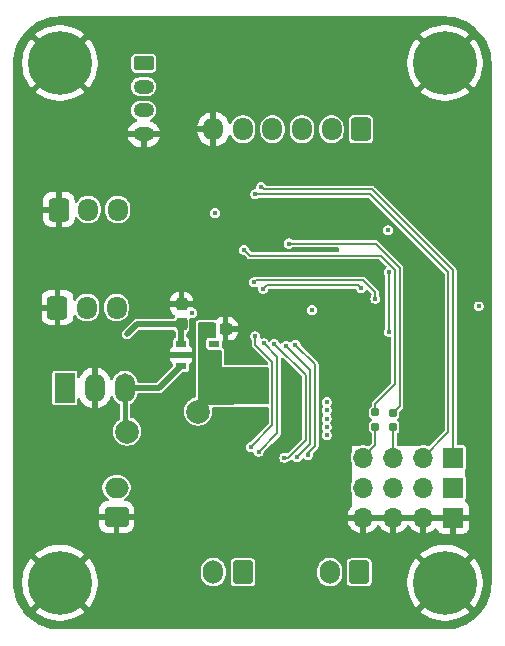
<source format=gbl>
G04 #@! TF.GenerationSoftware,KiCad,Pcbnew,9.0.0*
G04 #@! TF.CreationDate,2025-04-11T10:19:01+02:00*
G04 #@! TF.ProjectId,Janus_finalV,4a616e75-735f-4666-996e-616c562e6b69,rev?*
G04 #@! TF.SameCoordinates,Original*
G04 #@! TF.FileFunction,Copper,L4,Bot*
G04 #@! TF.FilePolarity,Positive*
%FSLAX46Y46*%
G04 Gerber Fmt 4.6, Leading zero omitted, Abs format (unit mm)*
G04 Created by KiCad (PCBNEW 9.0.0) date 2025-04-11 10:19:01*
%MOMM*%
%LPD*%
G01*
G04 APERTURE LIST*
G04 Aperture macros list*
%AMRoundRect*
0 Rectangle with rounded corners*
0 $1 Rounding radius*
0 $2 $3 $4 $5 $6 $7 $8 $9 X,Y pos of 4 corners*
0 Add a 4 corners polygon primitive as box body*
4,1,4,$2,$3,$4,$5,$6,$7,$8,$9,$2,$3,0*
0 Add four circle primitives for the rounded corners*
1,1,$1+$1,$2,$3*
1,1,$1+$1,$4,$5*
1,1,$1+$1,$6,$7*
1,1,$1+$1,$8,$9*
0 Add four rect primitives between the rounded corners*
20,1,$1+$1,$2,$3,$4,$5,0*
20,1,$1+$1,$4,$5,$6,$7,0*
20,1,$1+$1,$6,$7,$8,$9,0*
20,1,$1+$1,$8,$9,$2,$3,0*%
G04 Aperture macros list end*
G04 #@! TA.AperFunction,ComponentPad*
%ADD10R,1.700000X1.700000*%
G04 #@! TD*
G04 #@! TA.AperFunction,ComponentPad*
%ADD11O,1.700000X1.700000*%
G04 #@! TD*
G04 #@! TA.AperFunction,ComponentPad*
%ADD12C,5.400000*%
G04 #@! TD*
G04 #@! TA.AperFunction,ComponentPad*
%ADD13RoundRect,0.250000X-0.625000X0.350000X-0.625000X-0.350000X0.625000X-0.350000X0.625000X0.350000X0*%
G04 #@! TD*
G04 #@! TA.AperFunction,ComponentPad*
%ADD14O,1.750000X1.200000*%
G04 #@! TD*
G04 #@! TA.AperFunction,ComponentPad*
%ADD15R,1.700000X2.500000*%
G04 #@! TD*
G04 #@! TA.AperFunction,ComponentPad*
%ADD16O,1.700000X2.500000*%
G04 #@! TD*
G04 #@! TA.AperFunction,ComponentPad*
%ADD17RoundRect,0.250000X-0.600000X-0.725000X0.600000X-0.725000X0.600000X0.725000X-0.600000X0.725000X0*%
G04 #@! TD*
G04 #@! TA.AperFunction,ComponentPad*
%ADD18O,1.700000X1.950000*%
G04 #@! TD*
G04 #@! TA.AperFunction,ComponentPad*
%ADD19RoundRect,0.250000X0.600000X0.725000X-0.600000X0.725000X-0.600000X-0.725000X0.600000X-0.725000X0*%
G04 #@! TD*
G04 #@! TA.AperFunction,SMDPad,CuDef*
%ADD20RoundRect,0.160000X-0.160000X0.197500X-0.160000X-0.197500X0.160000X-0.197500X0.160000X0.197500X0*%
G04 #@! TD*
G04 #@! TA.AperFunction,SMDPad,CuDef*
%ADD21C,2.000000*%
G04 #@! TD*
G04 #@! TA.AperFunction,ComponentPad*
%ADD22RoundRect,0.250000X0.600000X0.750000X-0.600000X0.750000X-0.600000X-0.750000X0.600000X-0.750000X0*%
G04 #@! TD*
G04 #@! TA.AperFunction,ComponentPad*
%ADD23O,1.700000X2.000000*%
G04 #@! TD*
G04 #@! TA.AperFunction,ComponentPad*
%ADD24RoundRect,0.250000X0.750000X-0.600000X0.750000X0.600000X-0.750000X0.600000X-0.750000X-0.600000X0*%
G04 #@! TD*
G04 #@! TA.AperFunction,ComponentPad*
%ADD25O,2.000000X1.700000*%
G04 #@! TD*
G04 #@! TA.AperFunction,SMDPad,CuDef*
%ADD26R,0.900000X0.600000*%
G04 #@! TD*
G04 #@! TA.AperFunction,SMDPad,CuDef*
%ADD27RoundRect,0.237500X-0.300000X-0.237500X0.300000X-0.237500X0.300000X0.237500X-0.300000X0.237500X0*%
G04 #@! TD*
G04 #@! TA.AperFunction,SMDPad,CuDef*
%ADD28RoundRect,0.237500X0.237500X-0.300000X0.237500X0.300000X-0.237500X0.300000X-0.237500X-0.300000X0*%
G04 #@! TD*
G04 #@! TA.AperFunction,ViaPad*
%ADD29C,0.450000*%
G04 #@! TD*
G04 #@! TA.AperFunction,Conductor*
%ADD30C,0.400000*%
G04 #@! TD*
G04 #@! TA.AperFunction,Conductor*
%ADD31C,0.500000*%
G04 #@! TD*
G04 #@! TA.AperFunction,Conductor*
%ADD32C,0.200000*%
G04 #@! TD*
G04 APERTURE END LIST*
D10*
X147700000Y-80080000D03*
D11*
X145160000Y-80080000D03*
X142620000Y-80080000D03*
X140080000Y-80080000D03*
D12*
X147000000Y-85600000D03*
D13*
X121500000Y-41600000D03*
D14*
X121500000Y-43600000D03*
X121500000Y-45600000D03*
X121500000Y-47600000D03*
D10*
X147700000Y-77540000D03*
D11*
X145160000Y-77540000D03*
X142620000Y-77540000D03*
X140080000Y-77540000D03*
D15*
X114820000Y-69100000D03*
D16*
X117360000Y-69100000D03*
X119900000Y-69100000D03*
D12*
X114400000Y-41600000D03*
D17*
X114200000Y-62300000D03*
D18*
X116700000Y-62300000D03*
X119200000Y-62300000D03*
D17*
X114300000Y-54000000D03*
D18*
X116800000Y-54000000D03*
X119300000Y-54000000D03*
D10*
X147700000Y-75000000D03*
D11*
X145160000Y-75000000D03*
X142620000Y-75000000D03*
X140080000Y-75000000D03*
D12*
X147000000Y-41600000D03*
X114400000Y-85600000D03*
D19*
X139900000Y-47200000D03*
D18*
X137400000Y-47200000D03*
X134900000Y-47200000D03*
X132400000Y-47200000D03*
X129900000Y-47200000D03*
X127400000Y-47200000D03*
D20*
X141120000Y-71182500D03*
X141120000Y-72377500D03*
D21*
X126100000Y-71100000D03*
D22*
X129900000Y-84700000D03*
D23*
X127400000Y-84700000D03*
D24*
X119200000Y-80050000D03*
D25*
X119200000Y-77550000D03*
D20*
X142620000Y-71192500D03*
X142620000Y-72387500D03*
D21*
X120100000Y-72800000D03*
D22*
X139750000Y-84700000D03*
D23*
X137250000Y-84700000D03*
D26*
X124662500Y-67250000D03*
X124662500Y-66300000D03*
X124662500Y-65350000D03*
X127462500Y-65350000D03*
X127462500Y-67250000D03*
D27*
X126700000Y-64100000D03*
X128425000Y-64100000D03*
D28*
X124700000Y-63725000D03*
X124700000Y-62000000D03*
D29*
X150500000Y-71240000D03*
X150500000Y-61080000D03*
X125300000Y-69300000D03*
X123550000Y-57100000D03*
X132170000Y-39400000D03*
X145870000Y-63940000D03*
X134710000Y-41940000D03*
X124550000Y-39400000D03*
X129400000Y-71100000D03*
X135870000Y-89150000D03*
X128700000Y-60950000D03*
X139790000Y-72600000D03*
X118090000Y-89150000D03*
X140300000Y-61380000D03*
X113350000Y-48050000D03*
X133340000Y-87280000D03*
X110950000Y-53110000D03*
X120630000Y-89150000D03*
X130800000Y-87280000D03*
X136980000Y-66900000D03*
X138500000Y-70600000D03*
X110950000Y-55650000D03*
X122020000Y-38000000D03*
X134720000Y-38000000D03*
X130500000Y-65800000D03*
X129630000Y-44480000D03*
X145870000Y-65440000D03*
X117680000Y-74040000D03*
X145870000Y-59300000D03*
X148340000Y-66310000D03*
X115890000Y-48050000D03*
X129000000Y-77050000D03*
X137050000Y-74700000D03*
X112650000Y-64350000D03*
X112600000Y-74040000D03*
X130790000Y-89150000D03*
X130530000Y-51640000D03*
X144370000Y-63940000D03*
X135880000Y-87280000D03*
X123500000Y-47400000D03*
X115140000Y-81330000D03*
X136480000Y-83060000D03*
X125450000Y-49100000D03*
X110950000Y-75970000D03*
X138870000Y-53890000D03*
X137170000Y-61520000D03*
X122300000Y-64500000D03*
X128750000Y-74050000D03*
X144880000Y-38000000D03*
X124650000Y-59000000D03*
X150500000Y-68700000D03*
X142350000Y-41950000D03*
X139790000Y-41940000D03*
X123180000Y-87280000D03*
X137250000Y-44480000D03*
X149120000Y-65200000D03*
X136000000Y-49450000D03*
X118430000Y-48040000D03*
X138410000Y-89150000D03*
X124840000Y-71920000D03*
X122300000Y-71920000D03*
X138510000Y-61510000D03*
X112650000Y-66890000D03*
X131540000Y-77050000D03*
X137250000Y-39400000D03*
X125720000Y-84740000D03*
X150500000Y-73780000D03*
X115040000Y-56300000D03*
X118430000Y-50580000D03*
X150500000Y-81400000D03*
X144370000Y-69940000D03*
X149450000Y-82650000D03*
X150500000Y-43300000D03*
X134080000Y-58500000D03*
X110950000Y-83590000D03*
X123500000Y-52480000D03*
X150500000Y-76320000D03*
X147430000Y-51980000D03*
X123650000Y-59000000D03*
X130450000Y-75100000D03*
X112600000Y-78790000D03*
X136100000Y-63600000D03*
X144450000Y-82200000D03*
X117730000Y-66890000D03*
X150500000Y-78860000D03*
X134650000Y-68450000D03*
X113350000Y-50590000D03*
X139630000Y-58580000D03*
X139800000Y-38000000D03*
X126980000Y-76550000D03*
X118100000Y-87280000D03*
X110950000Y-78510000D03*
X129100000Y-82800000D03*
X118430000Y-45500000D03*
X150500000Y-50920000D03*
X118100000Y-84740000D03*
X110950000Y-63270000D03*
X110950000Y-45490000D03*
X110950000Y-60730000D03*
X142350000Y-49440000D03*
X116940000Y-38000000D03*
X127100000Y-38000000D03*
X134080000Y-77050000D03*
X131140000Y-61500000D03*
X145870000Y-60800000D03*
X117580000Y-56300000D03*
X141380000Y-84680000D03*
X142350000Y-44450000D03*
X110950000Y-58190000D03*
X122300000Y-60200000D03*
X118100000Y-82200000D03*
X144890000Y-51980000D03*
X134050000Y-64200000D03*
X129630000Y-41940000D03*
X123170000Y-89150000D03*
X132140000Y-61500000D03*
X120640000Y-82200000D03*
X110950000Y-70890000D03*
X150500000Y-83940000D03*
X115040000Y-58840000D03*
X122300000Y-66840000D03*
X125720000Y-82200000D03*
X127090000Y-41940000D03*
X141350000Y-89150000D03*
X128900000Y-65500000D03*
X128900000Y-66500000D03*
X125720000Y-87280000D03*
X150500000Y-56000000D03*
X110950000Y-81050000D03*
X123180000Y-84740000D03*
X115890000Y-45500000D03*
X117580000Y-58840000D03*
X130530000Y-49100000D03*
X127090000Y-44480000D03*
X135150000Y-84700000D03*
X118400000Y-39400000D03*
X120120000Y-56300000D03*
X146030000Y-89150000D03*
X121750000Y-73950000D03*
X133700000Y-83250000D03*
X128700000Y-56800000D03*
X112500000Y-58840000D03*
X144890000Y-49440000D03*
X115190000Y-66890000D03*
X138330000Y-58580000D03*
X113350000Y-45500000D03*
X120640000Y-84740000D03*
X144370000Y-72940000D03*
X125710000Y-89150000D03*
X144890000Y-46900000D03*
X124440000Y-76550000D03*
X126980000Y-79090000D03*
X137200000Y-57400000D03*
X150500000Y-45840000D03*
X124250000Y-55250000D03*
X125450000Y-51640000D03*
X138540000Y-49450000D03*
X135100000Y-81700000D03*
X121850000Y-55450000D03*
X132600000Y-57400000D03*
X124550000Y-41940000D03*
X137250000Y-64700000D03*
X140930000Y-58580000D03*
X139790000Y-44480000D03*
X118400000Y-41940000D03*
X129640000Y-38000000D03*
X122300000Y-58050000D03*
X147430000Y-49440000D03*
X142350000Y-39400000D03*
X134710000Y-39400000D03*
X150500000Y-48380000D03*
X130100000Y-59700000D03*
X127090000Y-39400000D03*
X134650000Y-69500000D03*
X124440000Y-79090000D03*
X145870000Y-62300000D03*
X141380000Y-62770000D03*
X122300000Y-69800000D03*
X115890000Y-50590000D03*
X145990000Y-56560000D03*
X123500000Y-73950000D03*
X137000000Y-69400000D03*
X115550000Y-89150000D03*
X120600000Y-61850000D03*
X134000000Y-70200000D03*
X123500000Y-49940000D03*
X142340000Y-38000000D03*
X150500000Y-63620000D03*
X150500000Y-53460000D03*
X115140000Y-78790000D03*
X137000000Y-53900000D03*
X144370000Y-65440000D03*
X145870000Y-66940000D03*
X124560000Y-38000000D03*
X115140000Y-76250000D03*
X127990000Y-49100000D03*
X133330000Y-89150000D03*
X134100000Y-55800000D03*
X119480000Y-38000000D03*
X110950000Y-65810000D03*
X128260000Y-87280000D03*
X110950000Y-68350000D03*
X132180000Y-38000000D03*
X120000000Y-75900000D03*
X134900000Y-53900000D03*
X110950000Y-50570000D03*
X112600000Y-71500000D03*
X145870000Y-69940000D03*
X141380000Y-87220000D03*
X125350000Y-60650000D03*
X134000000Y-71000000D03*
X120800000Y-74900000D03*
X147430000Y-46900000D03*
X125750000Y-57050000D03*
X130500000Y-66650000D03*
X115140000Y-71500000D03*
X138500000Y-72600000D03*
X124550000Y-44480000D03*
X120640000Y-87280000D03*
X125650000Y-59000000D03*
X128700000Y-58300000D03*
X130200000Y-81900000D03*
X134600000Y-50800000D03*
X145870000Y-72940000D03*
X115190000Y-64350000D03*
X112600000Y-81330000D03*
X123180000Y-82200000D03*
X150500000Y-58540000D03*
X128700000Y-59700000D03*
X121900000Y-79090000D03*
X144370000Y-68440000D03*
X128250000Y-89150000D03*
X141260000Y-69390000D03*
X132350000Y-81900000D03*
X141900000Y-82150000D03*
X117730000Y-64350000D03*
X142350000Y-46900000D03*
X127380000Y-71920000D03*
X126650000Y-62100000D03*
X133450000Y-67250000D03*
X115140000Y-74040000D03*
X145870000Y-68440000D03*
X134100000Y-61100000D03*
X143490000Y-89150000D03*
X132600000Y-55800000D03*
X141400000Y-64750000D03*
X142350000Y-51980000D03*
X121900000Y-76550000D03*
X132170000Y-44480000D03*
X137250000Y-41940000D03*
X132170000Y-41940000D03*
X129630000Y-39400000D03*
X117680000Y-71500000D03*
X120120000Y-58840000D03*
X145870000Y-71440000D03*
X138420000Y-87280000D03*
X135840000Y-82400000D03*
X110950000Y-48030000D03*
X110950000Y-42950000D03*
X150500000Y-66160000D03*
X112500000Y-56300000D03*
X144370000Y-66940000D03*
X134710000Y-44480000D03*
X137260000Y-38000000D03*
X136620000Y-77050000D03*
X112600000Y-76250000D03*
X139790000Y-39400000D03*
X130140000Y-61500000D03*
X144370000Y-71440000D03*
X110950000Y-73430000D03*
X125300000Y-68400000D03*
X120100000Y-64550000D03*
X127800000Y-69300000D03*
X135750000Y-62500000D03*
X129400000Y-69800000D03*
X127800000Y-68400000D03*
X126900000Y-69300000D03*
X130500000Y-67750000D03*
X128700000Y-69300000D03*
X126900000Y-68400000D03*
X142170000Y-55770000D03*
X128700000Y-68400000D03*
X127550000Y-54300000D03*
X130500001Y-68600001D03*
X149850000Y-62200000D03*
X125600000Y-62750000D03*
X128700000Y-67700000D03*
X137000000Y-72400000D03*
X137000000Y-73100000D03*
X137000000Y-70300000D03*
X137000000Y-71000000D03*
X137000000Y-71700000D03*
X142250000Y-59300000D03*
X142250000Y-64350000D03*
X133553652Y-65526383D03*
X134471232Y-74971232D03*
X130950000Y-64726818D03*
X130550000Y-74100000D03*
X132571082Y-65392343D03*
X133400000Y-75000000D03*
X131235996Y-74511598D03*
X131655548Y-65325339D03*
X134350000Y-65450000D03*
X135380853Y-74804075D03*
X139925735Y-60674265D03*
X131600000Y-60700000D03*
X130850934Y-60150000D03*
X141100000Y-61550000D03*
X130950000Y-52700000D03*
X131450000Y-52075499D03*
X133800000Y-56875000D03*
X130000000Y-57400000D03*
D30*
X119900000Y-72600000D02*
X120100000Y-72800000D01*
D31*
X122812500Y-69100000D02*
X124662500Y-67250000D01*
X120925000Y-63725000D02*
X120100000Y-64550000D01*
X124662500Y-63762500D02*
X124700000Y-63725000D01*
X124700000Y-63725000D02*
X120925000Y-63725000D01*
D30*
X119900000Y-69100000D02*
X119900000Y-72600000D01*
D31*
X119900000Y-69100000D02*
X122812500Y-69100000D01*
X124662500Y-65350000D02*
X124662500Y-63762500D01*
D32*
X126900000Y-69300000D02*
X126900000Y-70300000D01*
X126900000Y-70300000D02*
X126100000Y-71100000D01*
X142250000Y-64350000D02*
X142250000Y-59300000D01*
X134471232Y-74971232D02*
X135600000Y-73842464D01*
X135600000Y-67572731D02*
X133553652Y-65526383D01*
X135600000Y-73842464D02*
X135600000Y-67572731D01*
X132400000Y-66918320D02*
X130950000Y-65468320D01*
X130950000Y-65468320D02*
X130950000Y-64726818D01*
X130550000Y-74100000D02*
X132400000Y-72250000D01*
X132400000Y-72250000D02*
X132400000Y-66918320D01*
X135200000Y-73500000D02*
X135200000Y-68021261D01*
X135200000Y-68021261D02*
X132571082Y-65392343D01*
X133400000Y-75000000D02*
X133700000Y-75000000D01*
X133700000Y-75000000D02*
X135200000Y-73500000D01*
X131235996Y-74511598D02*
X132800000Y-72947594D01*
X132800000Y-66469791D02*
X131655548Y-65325339D01*
X132800000Y-72947594D02*
X132800000Y-66469791D01*
X136000000Y-74008150D02*
X136000000Y-67100000D01*
X135380853Y-74627297D02*
X136000000Y-74008150D01*
X136000000Y-67100000D02*
X134350000Y-65450000D01*
X135380853Y-74804075D02*
X135380853Y-74627297D01*
X131900000Y-60400000D02*
X131600000Y-60700000D01*
X139651470Y-60400000D02*
X131900000Y-60400000D01*
X139925735Y-60674265D02*
X139651470Y-60400000D01*
X131000934Y-60000000D02*
X130850934Y-60150000D01*
X141100000Y-61550000D02*
X141100000Y-61000000D01*
X141100000Y-61000000D02*
X140100000Y-60000000D01*
X140100000Y-60000000D02*
X131000934Y-60000000D01*
X141120000Y-73960000D02*
X140080000Y-75000000D01*
X141120000Y-72377500D02*
X141120000Y-73960000D01*
X147299000Y-72861000D02*
X145160000Y-75000000D01*
X131508401Y-52701000D02*
X131840601Y-52701000D01*
X130950000Y-52700000D02*
X131507401Y-52700000D01*
X147299000Y-59326100D02*
X147299000Y-72861000D01*
X131840601Y-52701000D02*
X140673900Y-52701000D01*
X140673900Y-52701000D02*
X147299000Y-59326100D01*
X131507401Y-52700000D02*
X131508401Y-52701000D01*
X140840000Y-52300000D02*
X147700000Y-59160000D01*
X131450000Y-52075499D02*
X131674501Y-52300000D01*
X147700000Y-59160000D02*
X147700000Y-75000000D01*
X131674501Y-52300000D02*
X140840000Y-52300000D01*
X142620000Y-72387500D02*
X142620000Y-75000000D01*
X143190000Y-58929023D02*
X141135977Y-56875000D01*
X142620000Y-71192500D02*
X143190000Y-70622500D01*
X143190000Y-70622500D02*
X143190000Y-58929023D01*
X141135977Y-56875000D02*
X133800000Y-56875000D01*
X130000000Y-57400000D02*
X130526000Y-57926000D01*
X142776000Y-68776500D02*
X141120000Y-70432500D01*
X142776000Y-59082123D02*
X142776000Y-68776500D01*
X130526000Y-57926000D02*
X141619877Y-57926000D01*
X141120000Y-70432500D02*
X141120000Y-71182500D01*
X141619877Y-57926000D02*
X142776000Y-59082123D01*
G04 #@! TA.AperFunction,Conductor*
G36*
X142154075Y-79887007D02*
G01*
X142120000Y-80014174D01*
X142120000Y-80145826D01*
X142154075Y-80272993D01*
X142186988Y-80330000D01*
X140513012Y-80330000D01*
X140545925Y-80272993D01*
X140580000Y-80145826D01*
X140580000Y-80014174D01*
X140545925Y-79887007D01*
X140513012Y-79830000D01*
X142186988Y-79830000D01*
X142154075Y-79887007D01*
G37*
G04 #@! TD.AperFunction*
G04 #@! TA.AperFunction,Conductor*
G36*
X144694075Y-79887007D02*
G01*
X144660000Y-80014174D01*
X144660000Y-80145826D01*
X144694075Y-80272993D01*
X144726988Y-80330000D01*
X143053012Y-80330000D01*
X143085925Y-80272993D01*
X143120000Y-80145826D01*
X143120000Y-80014174D01*
X143085925Y-79887007D01*
X143053012Y-79830000D01*
X144726988Y-79830000D01*
X144694075Y-79887007D01*
G37*
G04 #@! TD.AperFunction*
G04 #@! TA.AperFunction,Conductor*
G36*
X147234075Y-79887007D02*
G01*
X147200000Y-80014174D01*
X147200000Y-80145826D01*
X147234075Y-80272993D01*
X147266988Y-80330000D01*
X145593012Y-80330000D01*
X145625925Y-80272993D01*
X145660000Y-80145826D01*
X145660000Y-80014174D01*
X145625925Y-79887007D01*
X145593012Y-79830000D01*
X147266988Y-79830000D01*
X147234075Y-79887007D01*
G37*
G04 #@! TD.AperFunction*
G04 #@! TA.AperFunction,Conductor*
G36*
X147002855Y-37650632D02*
G01*
X147358697Y-37667083D01*
X147370086Y-37668139D01*
X147720051Y-37716957D01*
X147731295Y-37719059D01*
X148075261Y-37799959D01*
X148086251Y-37803086D01*
X148421306Y-37915385D01*
X148431960Y-37919513D01*
X148755209Y-38062241D01*
X148765436Y-38067333D01*
X149006689Y-38201710D01*
X149074131Y-38239275D01*
X149083869Y-38245304D01*
X149375374Y-38444990D01*
X149384511Y-38451890D01*
X149609752Y-38638927D01*
X149656356Y-38677626D01*
X149664820Y-38685343D01*
X149914656Y-38935179D01*
X149922373Y-38943643D01*
X150148107Y-39215485D01*
X150155009Y-39224625D01*
X150354695Y-39516130D01*
X150360724Y-39525868D01*
X150532659Y-39834550D01*
X150537762Y-39844799D01*
X150680481Y-40168026D01*
X150684619Y-40178706D01*
X150796909Y-40513735D01*
X150800043Y-40524751D01*
X150880938Y-40868696D01*
X150883043Y-40879955D01*
X150931859Y-41229905D01*
X150932916Y-41241309D01*
X150949368Y-41597144D01*
X150949500Y-41602871D01*
X150949500Y-85597128D01*
X150949368Y-85602855D01*
X150932916Y-85958690D01*
X150931859Y-85970094D01*
X150883043Y-86320044D01*
X150880938Y-86331303D01*
X150800043Y-86675248D01*
X150796909Y-86686264D01*
X150684619Y-87021293D01*
X150680481Y-87031973D01*
X150537764Y-87355196D01*
X150532659Y-87365449D01*
X150360724Y-87674131D01*
X150354695Y-87683869D01*
X150155009Y-87975374D01*
X150148107Y-87984514D01*
X149922373Y-88256356D01*
X149914656Y-88264820D01*
X149664820Y-88514656D01*
X149656356Y-88522373D01*
X149384514Y-88748107D01*
X149375374Y-88755009D01*
X149083869Y-88954695D01*
X149074131Y-88960724D01*
X148765449Y-89132659D01*
X148755196Y-89137764D01*
X148431973Y-89280481D01*
X148421293Y-89284619D01*
X148086264Y-89396909D01*
X148075248Y-89400043D01*
X147731303Y-89480938D01*
X147720044Y-89483043D01*
X147370094Y-89531859D01*
X147358690Y-89532916D01*
X147002855Y-89549368D01*
X146997128Y-89549500D01*
X114402872Y-89549500D01*
X114397145Y-89549368D01*
X114041309Y-89532916D01*
X114029905Y-89531859D01*
X113679955Y-89483043D01*
X113668696Y-89480938D01*
X113324751Y-89400043D01*
X113313735Y-89396909D01*
X112978706Y-89284619D01*
X112968026Y-89280481D01*
X112644803Y-89137764D01*
X112634555Y-89132661D01*
X112534830Y-89077115D01*
X112325868Y-88960724D01*
X112316130Y-88954695D01*
X112024625Y-88755009D01*
X112015485Y-88748107D01*
X111743643Y-88522373D01*
X111735179Y-88514656D01*
X111485343Y-88264820D01*
X111477626Y-88256356D01*
X111318467Y-88064687D01*
X111318465Y-88064684D01*
X111251893Y-87984514D01*
X111244990Y-87975374D01*
X111045304Y-87683869D01*
X111039275Y-87674131D01*
X110917033Y-87454664D01*
X110867333Y-87365436D01*
X110862241Y-87355209D01*
X110719513Y-87031960D01*
X110715385Y-87021306D01*
X110603086Y-86686251D01*
X110599959Y-86675261D01*
X110519059Y-86331295D01*
X110516956Y-86320044D01*
X110497624Y-86181460D01*
X110468139Y-85970086D01*
X110467083Y-85958690D01*
X110462526Y-85860131D01*
X110450632Y-85602855D01*
X110450500Y-85597128D01*
X110450500Y-85420287D01*
X111200000Y-85420287D01*
X111200000Y-85779712D01*
X111240240Y-86136851D01*
X111240242Y-86136863D01*
X111320219Y-86487268D01*
X111320220Y-86487270D01*
X111438927Y-86826517D01*
X111594870Y-87150336D01*
X111786092Y-87454664D01*
X111966081Y-87680364D01*
X113284728Y-86361717D01*
X113370278Y-86479466D01*
X113520534Y-86629722D01*
X113638281Y-86715270D01*
X112319634Y-88033916D01*
X112319634Y-88033917D01*
X112545335Y-88213907D01*
X112849663Y-88405129D01*
X113173482Y-88561072D01*
X113512729Y-88679779D01*
X113512731Y-88679780D01*
X113863136Y-88759757D01*
X113863148Y-88759759D01*
X114220287Y-88799999D01*
X114220289Y-88800000D01*
X114579711Y-88800000D01*
X114579712Y-88799999D01*
X114936851Y-88759759D01*
X114936863Y-88759757D01*
X115287268Y-88679780D01*
X115287270Y-88679779D01*
X115626517Y-88561072D01*
X115950336Y-88405129D01*
X116254664Y-88213907D01*
X116480364Y-88033916D01*
X115161718Y-86715270D01*
X115279466Y-86629722D01*
X115429722Y-86479466D01*
X115515270Y-86361718D01*
X116833916Y-87680364D01*
X117013907Y-87454664D01*
X117205129Y-87150336D01*
X117361072Y-86826517D01*
X117479779Y-86487270D01*
X117479780Y-86487268D01*
X117559757Y-86136863D01*
X117559759Y-86136851D01*
X117599999Y-85779712D01*
X117600000Y-85779710D01*
X117600000Y-85420289D01*
X117599999Y-85420287D01*
X117559759Y-85063148D01*
X117559757Y-85063136D01*
X117479780Y-84712733D01*
X117398833Y-84481398D01*
X117398832Y-84481396D01*
X117386632Y-84446530D01*
X126349500Y-84446530D01*
X126349500Y-84953469D01*
X126389868Y-85156412D01*
X126389870Y-85156420D01*
X126469058Y-85347596D01*
X126584024Y-85519657D01*
X126730342Y-85665975D01*
X126730345Y-85665977D01*
X126902402Y-85780941D01*
X127093580Y-85860130D01*
X127282187Y-85897646D01*
X127296530Y-85900499D01*
X127296534Y-85900500D01*
X127296535Y-85900500D01*
X127503466Y-85900500D01*
X127503467Y-85900499D01*
X127706420Y-85860130D01*
X127897598Y-85780941D01*
X128069655Y-85665977D01*
X128215977Y-85519655D01*
X128330941Y-85347598D01*
X128410130Y-85156420D01*
X128450500Y-84953465D01*
X128450500Y-84446535D01*
X128410130Y-84243580D01*
X128330941Y-84052402D01*
X128270353Y-83961725D01*
X128270352Y-83961722D01*
X128226257Y-83895730D01*
X128849500Y-83895730D01*
X128849500Y-85504269D01*
X128852353Y-85534699D01*
X128852353Y-85534701D01*
X128897206Y-85662880D01*
X128897207Y-85662882D01*
X128977850Y-85772150D01*
X129087118Y-85852793D01*
X129108089Y-85860131D01*
X129215299Y-85897646D01*
X129245730Y-85900500D01*
X129245734Y-85900500D01*
X130554270Y-85900500D01*
X130584699Y-85897646D01*
X130584701Y-85897646D01*
X130648790Y-85875219D01*
X130712882Y-85852793D01*
X130822150Y-85772150D01*
X130902793Y-85662882D01*
X130940252Y-85555830D01*
X130947646Y-85534701D01*
X130947646Y-85534699D01*
X130950500Y-85504269D01*
X130950500Y-84446530D01*
X136199500Y-84446530D01*
X136199500Y-84953469D01*
X136239868Y-85156412D01*
X136239870Y-85156420D01*
X136319058Y-85347596D01*
X136434024Y-85519657D01*
X136580342Y-85665975D01*
X136580345Y-85665977D01*
X136752402Y-85780941D01*
X136943580Y-85860130D01*
X137132187Y-85897646D01*
X137146530Y-85900499D01*
X137146534Y-85900500D01*
X137146535Y-85900500D01*
X137353466Y-85900500D01*
X137353467Y-85900499D01*
X137556420Y-85860130D01*
X137747598Y-85780941D01*
X137919655Y-85665977D01*
X138065977Y-85519655D01*
X138180941Y-85347598D01*
X138260130Y-85156420D01*
X138300500Y-84953465D01*
X138300500Y-84446535D01*
X138260130Y-84243580D01*
X138180941Y-84052402D01*
X138120353Y-83961725D01*
X138120352Y-83961722D01*
X138076257Y-83895730D01*
X138699500Y-83895730D01*
X138699500Y-85504269D01*
X138702353Y-85534699D01*
X138702353Y-85534701D01*
X138747206Y-85662880D01*
X138747207Y-85662882D01*
X138827850Y-85772150D01*
X138937118Y-85852793D01*
X138958089Y-85860131D01*
X139065299Y-85897646D01*
X139095730Y-85900500D01*
X139095734Y-85900500D01*
X140404270Y-85900500D01*
X140434699Y-85897646D01*
X140434701Y-85897646D01*
X140498790Y-85875219D01*
X140562882Y-85852793D01*
X140672150Y-85772150D01*
X140752793Y-85662882D01*
X140790252Y-85555830D01*
X140797646Y-85534701D01*
X140797646Y-85534699D01*
X140800500Y-85504269D01*
X140800500Y-85420287D01*
X143800000Y-85420287D01*
X143800000Y-85779712D01*
X143840240Y-86136851D01*
X143840242Y-86136863D01*
X143920219Y-86487268D01*
X143920220Y-86487270D01*
X144038927Y-86826517D01*
X144194870Y-87150336D01*
X144386092Y-87454664D01*
X144566081Y-87680364D01*
X145884728Y-86361717D01*
X145970278Y-86479466D01*
X146120534Y-86629722D01*
X146238281Y-86715270D01*
X144919634Y-88033916D01*
X144919634Y-88033917D01*
X145145335Y-88213907D01*
X145449663Y-88405129D01*
X145773482Y-88561072D01*
X146112729Y-88679779D01*
X146112731Y-88679780D01*
X146463136Y-88759757D01*
X146463148Y-88759759D01*
X146820287Y-88799999D01*
X146820289Y-88800000D01*
X147179711Y-88800000D01*
X147179712Y-88799999D01*
X147536851Y-88759759D01*
X147536863Y-88759757D01*
X147887268Y-88679780D01*
X147887270Y-88679779D01*
X148226517Y-88561072D01*
X148550336Y-88405129D01*
X148854664Y-88213907D01*
X149080364Y-88033916D01*
X147761718Y-86715270D01*
X147879466Y-86629722D01*
X148029722Y-86479466D01*
X148115270Y-86361718D01*
X149433916Y-87680364D01*
X149613907Y-87454664D01*
X149805129Y-87150336D01*
X149961072Y-86826517D01*
X150079779Y-86487270D01*
X150079780Y-86487268D01*
X150159757Y-86136863D01*
X150159759Y-86136851D01*
X150199999Y-85779712D01*
X150200000Y-85779710D01*
X150200000Y-85420289D01*
X150199999Y-85420287D01*
X150159759Y-85063148D01*
X150159757Y-85063136D01*
X150079780Y-84712731D01*
X150079779Y-84712729D01*
X149961072Y-84373482D01*
X149805129Y-84049663D01*
X149613907Y-83745335D01*
X149433916Y-83519634D01*
X148115270Y-84838281D01*
X148029722Y-84720534D01*
X147879466Y-84570278D01*
X147761716Y-84484728D01*
X149080364Y-83166081D01*
X148854664Y-82986092D01*
X148550336Y-82794870D01*
X148226517Y-82638927D01*
X147887270Y-82520220D01*
X147887268Y-82520219D01*
X147536863Y-82440242D01*
X147536851Y-82440240D01*
X147179712Y-82400000D01*
X146820287Y-82400000D01*
X146463148Y-82440240D01*
X146463136Y-82440242D01*
X146112731Y-82520219D01*
X146112729Y-82520220D01*
X145773482Y-82638927D01*
X145449663Y-82794870D01*
X145145335Y-82986092D01*
X144919634Y-83166081D01*
X146238282Y-84484729D01*
X146120534Y-84570278D01*
X145970278Y-84720534D01*
X145884729Y-84838282D01*
X144566081Y-83519634D01*
X144386092Y-83745335D01*
X144194870Y-84049663D01*
X144038927Y-84373482D01*
X143920220Y-84712729D01*
X143920219Y-84712731D01*
X143840242Y-85063136D01*
X143840240Y-85063148D01*
X143800000Y-85420287D01*
X140800500Y-85420287D01*
X140800500Y-83895730D01*
X140797646Y-83865300D01*
X140797646Y-83865298D01*
X140752793Y-83737119D01*
X140752792Y-83737117D01*
X140672150Y-83627850D01*
X140562882Y-83547207D01*
X140562880Y-83547206D01*
X140434700Y-83502353D01*
X140404270Y-83499500D01*
X140404266Y-83499500D01*
X139095734Y-83499500D01*
X139095730Y-83499500D01*
X139065300Y-83502353D01*
X139065298Y-83502353D01*
X138937119Y-83547206D01*
X138937117Y-83547207D01*
X138827850Y-83627850D01*
X138747207Y-83737117D01*
X138747206Y-83737119D01*
X138702353Y-83865298D01*
X138702353Y-83865300D01*
X138699500Y-83895730D01*
X138076257Y-83895730D01*
X138065980Y-83880349D01*
X138065974Y-83880341D01*
X137919657Y-83734024D01*
X137833626Y-83676541D01*
X137747598Y-83619059D01*
X137556420Y-83539870D01*
X137556412Y-83539868D01*
X137353469Y-83499500D01*
X137353465Y-83499500D01*
X137146535Y-83499500D01*
X137146530Y-83499500D01*
X136943587Y-83539868D01*
X136943579Y-83539870D01*
X136752403Y-83619058D01*
X136580342Y-83734024D01*
X136434024Y-83880342D01*
X136319058Y-84052403D01*
X136239870Y-84243579D01*
X136239868Y-84243587D01*
X136199500Y-84446530D01*
X130950500Y-84446530D01*
X130950500Y-83895730D01*
X130947646Y-83865300D01*
X130947646Y-83865298D01*
X130902793Y-83737119D01*
X130902792Y-83737117D01*
X130822150Y-83627850D01*
X130712882Y-83547207D01*
X130712880Y-83547206D01*
X130584700Y-83502353D01*
X130554270Y-83499500D01*
X130554266Y-83499500D01*
X129245734Y-83499500D01*
X129245730Y-83499500D01*
X129215300Y-83502353D01*
X129215298Y-83502353D01*
X129087119Y-83547206D01*
X129087117Y-83547207D01*
X128977850Y-83627850D01*
X128897207Y-83737117D01*
X128897206Y-83737119D01*
X128852353Y-83865298D01*
X128852353Y-83865300D01*
X128849500Y-83895730D01*
X128226257Y-83895730D01*
X128215980Y-83880349D01*
X128215974Y-83880341D01*
X128069657Y-83734024D01*
X127983626Y-83676541D01*
X127897598Y-83619059D01*
X127706420Y-83539870D01*
X127706412Y-83539868D01*
X127503469Y-83499500D01*
X127503465Y-83499500D01*
X127296535Y-83499500D01*
X127296530Y-83499500D01*
X127093587Y-83539868D01*
X127093579Y-83539870D01*
X126902403Y-83619058D01*
X126730342Y-83734024D01*
X126584024Y-83880342D01*
X126469058Y-84052403D01*
X126389870Y-84243579D01*
X126389868Y-84243587D01*
X126349500Y-84446530D01*
X117386632Y-84446530D01*
X117361072Y-84373482D01*
X117205129Y-84049663D01*
X117013907Y-83745335D01*
X116833916Y-83519634D01*
X115515270Y-84838281D01*
X115429722Y-84720534D01*
X115279466Y-84570278D01*
X115161716Y-84484728D01*
X116480364Y-83166081D01*
X116254664Y-82986092D01*
X115950336Y-82794870D01*
X115626517Y-82638927D01*
X115287270Y-82520220D01*
X115287268Y-82520219D01*
X114936863Y-82440242D01*
X114936851Y-82440240D01*
X114579712Y-82400000D01*
X114220287Y-82400000D01*
X113863148Y-82440240D01*
X113863136Y-82440242D01*
X113512731Y-82520219D01*
X113512729Y-82520220D01*
X113173482Y-82638927D01*
X112849663Y-82794870D01*
X112545335Y-82986092D01*
X112319634Y-83166081D01*
X113638282Y-84484729D01*
X113520534Y-84570278D01*
X113370278Y-84720534D01*
X113284729Y-84838282D01*
X111966081Y-83519634D01*
X111786092Y-83745335D01*
X111594870Y-84049663D01*
X111438927Y-84373482D01*
X111320220Y-84712729D01*
X111320219Y-84712731D01*
X111240242Y-85063136D01*
X111240240Y-85063148D01*
X111200000Y-85420287D01*
X110450500Y-85420287D01*
X110450500Y-79400013D01*
X117700000Y-79400013D01*
X117700000Y-79800000D01*
X118766988Y-79800000D01*
X118734075Y-79857007D01*
X118700000Y-79984174D01*
X118700000Y-80115826D01*
X118734075Y-80242993D01*
X118766988Y-80300000D01*
X117700001Y-80300000D01*
X117700001Y-80699986D01*
X117710494Y-80802697D01*
X117765641Y-80969119D01*
X117765643Y-80969124D01*
X117857684Y-81118345D01*
X117981654Y-81242315D01*
X118130875Y-81334356D01*
X118130880Y-81334358D01*
X118297302Y-81389505D01*
X118297309Y-81389506D01*
X118400019Y-81399999D01*
X118949999Y-81399999D01*
X118950000Y-81399998D01*
X118950000Y-80483012D01*
X119007007Y-80515925D01*
X119134174Y-80550000D01*
X119265826Y-80550000D01*
X119392993Y-80515925D01*
X119450000Y-80483012D01*
X119450000Y-81399999D01*
X119999972Y-81399999D01*
X119999986Y-81399998D01*
X120102697Y-81389505D01*
X120269119Y-81334358D01*
X120269124Y-81334356D01*
X120418345Y-81242315D01*
X120542315Y-81118345D01*
X120634356Y-80969124D01*
X120634358Y-80969119D01*
X120689505Y-80802697D01*
X120689506Y-80802690D01*
X120699999Y-80699986D01*
X120700000Y-80699973D01*
X120700000Y-80300000D01*
X119633012Y-80300000D01*
X119665925Y-80242993D01*
X119700000Y-80115826D01*
X119700000Y-79984174D01*
X119665925Y-79857007D01*
X119633012Y-79800000D01*
X120699999Y-79800000D01*
X120699999Y-79400028D01*
X120699998Y-79400013D01*
X120689505Y-79297302D01*
X120634358Y-79130880D01*
X120634356Y-79130875D01*
X120542315Y-78981654D01*
X120418345Y-78857684D01*
X120269124Y-78765643D01*
X120269119Y-78765641D01*
X120102697Y-78710494D01*
X120102690Y-78710493D01*
X119999986Y-78700000D01*
X119928526Y-78700000D01*
X119861487Y-78680315D01*
X119815732Y-78627511D01*
X119805788Y-78558353D01*
X119834813Y-78494797D01*
X119859633Y-78472899D01*
X120019655Y-78365977D01*
X120165977Y-78219655D01*
X120280941Y-78047598D01*
X120360130Y-77856420D01*
X120400500Y-77653465D01*
X120400500Y-77446535D01*
X120360130Y-77243580D01*
X120280941Y-77052402D01*
X120165977Y-76880345D01*
X120165975Y-76880342D01*
X120019657Y-76734024D01*
X119924207Y-76670247D01*
X119847598Y-76619059D01*
X119830008Y-76611773D01*
X119656420Y-76539870D01*
X119656412Y-76539868D01*
X119453469Y-76499500D01*
X119453465Y-76499500D01*
X118946535Y-76499500D01*
X118946530Y-76499500D01*
X118743587Y-76539868D01*
X118743579Y-76539870D01*
X118552403Y-76619058D01*
X118380342Y-76734024D01*
X118234024Y-76880342D01*
X118119058Y-77052403D01*
X118039870Y-77243579D01*
X118039868Y-77243587D01*
X117999500Y-77446530D01*
X117999500Y-77653469D01*
X118039868Y-77856412D01*
X118039870Y-77856420D01*
X118119058Y-78047596D01*
X118234024Y-78219657D01*
X118380342Y-78365975D01*
X118380345Y-78365977D01*
X118540367Y-78472899D01*
X118585170Y-78526509D01*
X118593878Y-78595834D01*
X118563724Y-78658862D01*
X118504282Y-78695581D01*
X118471477Y-78700000D01*
X118400029Y-78700000D01*
X118400012Y-78700001D01*
X118297302Y-78710494D01*
X118130880Y-78765641D01*
X118130875Y-78765643D01*
X117981654Y-78857684D01*
X117857684Y-78981654D01*
X117765643Y-79130875D01*
X117765641Y-79130880D01*
X117710494Y-79297302D01*
X117710493Y-79297309D01*
X117700000Y-79400013D01*
X110450500Y-79400013D01*
X110450500Y-67830247D01*
X113769500Y-67830247D01*
X113769500Y-70369752D01*
X113781131Y-70428229D01*
X113781132Y-70428230D01*
X113825447Y-70494552D01*
X113891769Y-70538867D01*
X113891770Y-70538868D01*
X113950247Y-70550499D01*
X113950250Y-70550500D01*
X113950252Y-70550500D01*
X115689750Y-70550500D01*
X115689751Y-70550499D01*
X115704568Y-70547552D01*
X115748229Y-70538868D01*
X115748229Y-70538867D01*
X115748231Y-70538867D01*
X115814552Y-70494552D01*
X115858867Y-70428231D01*
X115858867Y-70428229D01*
X115858868Y-70428229D01*
X115870499Y-70369752D01*
X115870500Y-70369750D01*
X115870500Y-70066048D01*
X115890185Y-69999009D01*
X115942989Y-69953254D01*
X116012147Y-69943310D01*
X116075703Y-69972335D01*
X116105938Y-70014264D01*
X116106694Y-70013879D01*
X116205379Y-70207557D01*
X116330272Y-70379459D01*
X116330276Y-70379464D01*
X116480535Y-70529723D01*
X116480540Y-70529727D01*
X116652442Y-70654620D01*
X116841782Y-70751095D01*
X117043871Y-70816757D01*
X117110000Y-70827231D01*
X117110000Y-69648482D01*
X117128409Y-69659111D01*
X117281009Y-69700000D01*
X117438991Y-69700000D01*
X117591591Y-69659111D01*
X117610000Y-69648482D01*
X117610000Y-70827230D01*
X117676126Y-70816757D01*
X117676129Y-70816757D01*
X117878217Y-70751095D01*
X118067557Y-70654620D01*
X118239459Y-70529727D01*
X118239464Y-70529723D01*
X118389723Y-70379464D01*
X118389727Y-70379459D01*
X118514620Y-70207557D01*
X118611095Y-70018217D01*
X118668343Y-69842026D01*
X118707780Y-69784351D01*
X118772139Y-69757152D01*
X118840985Y-69769066D01*
X118892461Y-69816310D01*
X118900835Y-69832891D01*
X118969058Y-69997596D01*
X119084024Y-70169657D01*
X119230342Y-70315975D01*
X119230345Y-70315977D01*
X119402402Y-70430941D01*
X119422952Y-70439453D01*
X119477356Y-70483293D01*
X119499421Y-70549587D01*
X119499500Y-70554014D01*
X119499500Y-71689207D01*
X119479815Y-71756246D01*
X119448386Y-71789525D01*
X119317925Y-71884311D01*
X119184312Y-72017924D01*
X119184312Y-72017925D01*
X119184310Y-72017927D01*
X119142328Y-72075710D01*
X119073240Y-72170800D01*
X118987454Y-72339163D01*
X118929059Y-72518881D01*
X118899500Y-72705513D01*
X118899500Y-72894486D01*
X118929059Y-73081118D01*
X118987454Y-73260836D01*
X119045894Y-73375529D01*
X119073240Y-73429199D01*
X119184310Y-73582073D01*
X119317927Y-73715690D01*
X119470801Y-73826760D01*
X119550347Y-73867290D01*
X119639163Y-73912545D01*
X119639165Y-73912545D01*
X119639168Y-73912547D01*
X119710610Y-73935760D01*
X119818881Y-73970940D01*
X120005514Y-74000500D01*
X120005519Y-74000500D01*
X120194486Y-74000500D01*
X120381118Y-73970940D01*
X120391696Y-73967503D01*
X120560832Y-73912547D01*
X120729199Y-73826760D01*
X120882073Y-73715690D01*
X121015690Y-73582073D01*
X121126760Y-73429199D01*
X121212547Y-73260832D01*
X121270940Y-73081118D01*
X121273717Y-73063582D01*
X121300500Y-72894486D01*
X121300500Y-72705513D01*
X121270940Y-72518881D01*
X121243846Y-72435497D01*
X121212547Y-72339168D01*
X121212545Y-72339165D01*
X121212545Y-72339163D01*
X121159858Y-72235760D01*
X121126760Y-72170801D01*
X121015690Y-72017927D01*
X120882073Y-71884310D01*
X120729199Y-71773240D01*
X120560836Y-71687454D01*
X120386181Y-71630705D01*
X120328506Y-71591267D01*
X120301308Y-71526908D01*
X120300500Y-71512774D01*
X120300500Y-71005513D01*
X124899500Y-71005513D01*
X124899500Y-71194486D01*
X124929059Y-71381118D01*
X124987454Y-71560836D01*
X125073240Y-71729199D01*
X125184310Y-71882073D01*
X125317927Y-72015690D01*
X125470801Y-72126760D01*
X125508140Y-72145785D01*
X125639163Y-72212545D01*
X125639165Y-72212545D01*
X125639168Y-72212547D01*
X125710610Y-72235760D01*
X125818881Y-72270940D01*
X126005514Y-72300500D01*
X126005519Y-72300500D01*
X126194486Y-72300500D01*
X126381118Y-72270940D01*
X126560832Y-72212547D01*
X126729199Y-72126760D01*
X126882073Y-72015690D01*
X127015690Y-71882073D01*
X127126760Y-71729199D01*
X127212547Y-71560832D01*
X127270940Y-71381118D01*
X127282732Y-71306666D01*
X127300500Y-71194486D01*
X127300500Y-71005514D01*
X127281893Y-70888040D01*
X127290847Y-70818746D01*
X127335843Y-70765294D01*
X127402595Y-70744654D01*
X127403272Y-70744645D01*
X131974468Y-70706552D01*
X132041668Y-70725678D01*
X132087861Y-70778098D01*
X132099500Y-70830548D01*
X132099500Y-72074167D01*
X132079815Y-72141206D01*
X132063181Y-72161848D01*
X130586848Y-73638181D01*
X130525525Y-73671666D01*
X130499167Y-73674500D01*
X130493982Y-73674500D01*
X130385763Y-73703497D01*
X130385760Y-73703498D01*
X130288740Y-73759513D01*
X130288734Y-73759517D01*
X130209517Y-73838734D01*
X130209513Y-73838740D01*
X130153498Y-73935760D01*
X130153497Y-73935763D01*
X130124500Y-74043982D01*
X130124500Y-74156018D01*
X130153497Y-74264237D01*
X130209515Y-74361263D01*
X130288737Y-74440485D01*
X130385763Y-74496503D01*
X130493982Y-74525500D01*
X130493984Y-74525500D01*
X130606016Y-74525500D01*
X130606018Y-74525500D01*
X130666496Y-74509295D01*
X130736343Y-74510957D01*
X130794206Y-74550118D01*
X130818362Y-74596973D01*
X130830059Y-74640626D01*
X130839493Y-74675836D01*
X130839494Y-74675837D01*
X130895511Y-74772861D01*
X130974733Y-74852083D01*
X131071759Y-74908101D01*
X131179978Y-74937098D01*
X131179980Y-74937098D01*
X131292012Y-74937098D01*
X131292014Y-74937098D01*
X131400233Y-74908101D01*
X131497259Y-74852083D01*
X131576481Y-74772861D01*
X131632499Y-74675835D01*
X131661496Y-74567616D01*
X131661496Y-74562431D01*
X131681181Y-74495392D01*
X131697815Y-74474750D01*
X132364712Y-73807853D01*
X133040460Y-73132105D01*
X133080022Y-73063582D01*
X133100500Y-72987156D01*
X133100500Y-72908032D01*
X133100500Y-66646094D01*
X133120185Y-66579055D01*
X133172989Y-66533300D01*
X133242147Y-66523356D01*
X133305703Y-66552381D01*
X133312181Y-66558413D01*
X134863181Y-68109413D01*
X134896666Y-68170736D01*
X134899500Y-68197094D01*
X134899500Y-73324166D01*
X134879815Y-73391205D01*
X134863181Y-73411847D01*
X133698692Y-74576335D01*
X133637369Y-74609820D01*
X133572206Y-74605159D01*
X133572088Y-74605601D01*
X133569799Y-74604987D01*
X133567677Y-74604836D01*
X133564359Y-74603530D01*
X133564238Y-74603497D01*
X133564237Y-74603497D01*
X133456018Y-74574500D01*
X133343982Y-74574500D01*
X133235763Y-74603497D01*
X133235760Y-74603498D01*
X133138740Y-74659513D01*
X133138734Y-74659517D01*
X133059517Y-74738734D01*
X133059513Y-74738740D01*
X133003498Y-74835760D01*
X133003497Y-74835763D01*
X132974500Y-74943982D01*
X132974500Y-75056018D01*
X133003497Y-75164237D01*
X133059515Y-75261263D01*
X133138737Y-75340485D01*
X133235763Y-75396503D01*
X133343982Y-75425500D01*
X133343984Y-75425500D01*
X133456016Y-75425500D01*
X133456018Y-75425500D01*
X133564237Y-75396503D01*
X133661263Y-75340485D01*
X133665674Y-75336073D01*
X133726992Y-75302588D01*
X133737180Y-75300813D01*
X133739553Y-75300500D01*
X133739562Y-75300500D01*
X133815989Y-75280021D01*
X133884511Y-75240460D01*
X133929266Y-75195704D01*
X133990587Y-75162220D01*
X134060278Y-75167204D01*
X134116212Y-75209075D01*
X134124330Y-75221380D01*
X134130747Y-75232495D01*
X134209969Y-75311717D01*
X134306995Y-75367735D01*
X134415214Y-75396732D01*
X134415216Y-75396732D01*
X134527248Y-75396732D01*
X134527250Y-75396732D01*
X134635469Y-75367735D01*
X134732495Y-75311717D01*
X134811717Y-75232495D01*
X134867735Y-75135469D01*
X134867738Y-75135456D01*
X134867812Y-75135279D01*
X134867927Y-75135135D01*
X134871799Y-75128430D01*
X134872843Y-75129033D01*
X134911644Y-75080868D01*
X134977935Y-75058793D01*
X135045637Y-75076061D01*
X135070062Y-75095032D01*
X135119590Y-75144560D01*
X135216616Y-75200578D01*
X135324835Y-75229575D01*
X135324837Y-75229575D01*
X135436869Y-75229575D01*
X135436871Y-75229575D01*
X135545090Y-75200578D01*
X135642116Y-75144560D01*
X135721338Y-75065338D01*
X135777356Y-74968312D01*
X135806353Y-74860093D01*
X135806353Y-74748057D01*
X135799250Y-74721548D01*
X135800913Y-74651700D01*
X135831340Y-74601779D01*
X136240460Y-74192661D01*
X136252901Y-74171113D01*
X136280021Y-74124139D01*
X136300500Y-74047712D01*
X136300500Y-70243982D01*
X136574500Y-70243982D01*
X136574500Y-70356018D01*
X136603497Y-70464237D01*
X136659515Y-70561263D01*
X136659517Y-70561265D01*
X136660577Y-70562325D01*
X136661184Y-70563437D01*
X136664462Y-70567709D01*
X136663795Y-70568220D01*
X136694057Y-70623651D01*
X136689068Y-70693342D01*
X136664177Y-70732072D01*
X136664462Y-70732291D01*
X136661847Y-70735698D01*
X136660577Y-70737675D01*
X136659517Y-70738734D01*
X136659513Y-70738740D01*
X136603498Y-70835760D01*
X136603497Y-70835763D01*
X136574500Y-70943982D01*
X136574500Y-71056018D01*
X136603497Y-71164237D01*
X136659515Y-71261263D01*
X136659517Y-71261265D01*
X136660577Y-71262325D01*
X136661184Y-71263437D01*
X136664462Y-71267709D01*
X136663795Y-71268220D01*
X136694057Y-71323651D01*
X136689068Y-71393342D01*
X136664177Y-71432072D01*
X136664462Y-71432291D01*
X136661847Y-71435698D01*
X136660577Y-71437675D01*
X136659517Y-71438734D01*
X136659513Y-71438740D01*
X136603498Y-71535760D01*
X136603497Y-71535763D01*
X136574500Y-71643982D01*
X136574500Y-71756018D01*
X136595916Y-71835942D01*
X136603497Y-71864236D01*
X136603498Y-71864239D01*
X136610107Y-71875686D01*
X136659515Y-71961263D01*
X136659517Y-71961265D01*
X136660577Y-71962325D01*
X136661184Y-71963437D01*
X136664462Y-71967709D01*
X136663795Y-71968220D01*
X136694057Y-72023651D01*
X136689068Y-72093342D01*
X136664177Y-72132072D01*
X136664462Y-72132291D01*
X136661847Y-72135698D01*
X136660577Y-72137675D01*
X136659517Y-72138734D01*
X136659513Y-72138740D01*
X136603498Y-72235760D01*
X136603497Y-72235763D01*
X136574500Y-72343982D01*
X136574500Y-72456018D01*
X136603497Y-72564237D01*
X136659515Y-72661263D01*
X136659517Y-72661265D01*
X136660577Y-72662325D01*
X136661184Y-72663437D01*
X136664462Y-72667709D01*
X136663795Y-72668220D01*
X136694057Y-72723651D01*
X136689068Y-72793342D01*
X136664177Y-72832072D01*
X136664462Y-72832291D01*
X136661847Y-72835698D01*
X136660577Y-72837675D01*
X136659517Y-72838734D01*
X136659513Y-72838740D01*
X136603498Y-72935760D01*
X136603497Y-72935763D01*
X136574500Y-73043982D01*
X136574500Y-73156018D01*
X136603497Y-73264237D01*
X136659515Y-73361263D01*
X136738737Y-73440485D01*
X136835763Y-73496503D01*
X136943982Y-73525500D01*
X136943984Y-73525500D01*
X137056016Y-73525500D01*
X137056018Y-73525500D01*
X137164237Y-73496503D01*
X137261263Y-73440485D01*
X137340485Y-73361263D01*
X137396503Y-73264237D01*
X137425500Y-73156018D01*
X137425500Y-73043982D01*
X137396503Y-72935763D01*
X137340485Y-72838737D01*
X137339429Y-72837681D01*
X137338824Y-72836573D01*
X137335538Y-72832291D01*
X137336205Y-72831778D01*
X137305944Y-72776358D01*
X137310928Y-72706666D01*
X137335823Y-72667928D01*
X137335538Y-72667709D01*
X137338165Y-72664284D01*
X137339429Y-72662319D01*
X137340485Y-72661263D01*
X137396503Y-72564237D01*
X137425500Y-72456018D01*
X137425500Y-72343982D01*
X137396503Y-72235763D01*
X137340485Y-72138737D01*
X137339429Y-72137681D01*
X137338824Y-72136573D01*
X137335538Y-72132291D01*
X137336205Y-72131778D01*
X137305944Y-72076358D01*
X137310928Y-72006666D01*
X137335823Y-71967928D01*
X137335538Y-71967709D01*
X137338165Y-71964284D01*
X137339429Y-71962319D01*
X137340485Y-71961263D01*
X137396503Y-71864237D01*
X137425500Y-71756018D01*
X137425500Y-71643982D01*
X137396503Y-71535763D01*
X137340485Y-71438737D01*
X137339429Y-71437681D01*
X137338824Y-71436573D01*
X137335538Y-71432291D01*
X137336205Y-71431778D01*
X137305944Y-71376358D01*
X137310928Y-71306666D01*
X137335823Y-71267928D01*
X137335538Y-71267709D01*
X137338165Y-71264284D01*
X137339429Y-71262319D01*
X137340485Y-71261263D01*
X137396503Y-71164237D01*
X137425500Y-71056018D01*
X137425500Y-70943982D01*
X137396503Y-70835763D01*
X137340485Y-70738737D01*
X137339429Y-70737681D01*
X137338824Y-70736573D01*
X137335538Y-70732291D01*
X137336205Y-70731778D01*
X137305944Y-70676358D01*
X137310928Y-70606666D01*
X137335823Y-70567928D01*
X137335538Y-70567709D01*
X137338165Y-70564284D01*
X137339429Y-70562319D01*
X137340485Y-70561263D01*
X137396503Y-70464237D01*
X137425500Y-70356018D01*
X137425500Y-70243982D01*
X137396503Y-70135763D01*
X137340485Y-70038737D01*
X137261263Y-69959515D01*
X137164237Y-69903497D01*
X137056018Y-69874500D01*
X136943982Y-69874500D01*
X136835763Y-69903497D01*
X136835760Y-69903498D01*
X136738740Y-69959513D01*
X136738734Y-69959517D01*
X136659517Y-70038734D01*
X136659513Y-70038740D01*
X136603498Y-70135760D01*
X136603497Y-70135763D01*
X136574500Y-70243982D01*
X136300500Y-70243982D01*
X136300500Y-67060438D01*
X136280021Y-66984011D01*
X136264534Y-66957187D01*
X136240464Y-66915495D01*
X136240458Y-66915487D01*
X134811819Y-65486848D01*
X134778334Y-65425525D01*
X134775500Y-65399167D01*
X134775500Y-65393984D01*
X134775500Y-65393982D01*
X134746503Y-65285763D01*
X134690485Y-65188737D01*
X134611263Y-65109515D01*
X134514237Y-65053497D01*
X134406018Y-65024500D01*
X134293982Y-65024500D01*
X134185763Y-65053497D01*
X134185760Y-65053498D01*
X134088740Y-65109513D01*
X134088734Y-65109517D01*
X134003768Y-65194484D01*
X134001940Y-65192656D01*
X133955887Y-65226274D01*
X133886141Y-65230418D01*
X133826276Y-65197259D01*
X133814917Y-65185900D01*
X133814915Y-65185898D01*
X133719973Y-65131083D01*
X133717891Y-65129881D01*
X133717890Y-65129880D01*
X133717889Y-65129880D01*
X133609670Y-65100883D01*
X133497634Y-65100883D01*
X133389415Y-65129880D01*
X133389412Y-65129881D01*
X133292392Y-65185896D01*
X133292386Y-65185900D01*
X133213169Y-65265117D01*
X133213164Y-65265123D01*
X133201885Y-65284660D01*
X133151317Y-65332875D01*
X133082709Y-65346096D01*
X133017845Y-65320127D01*
X132977318Y-65263212D01*
X132974724Y-65254751D01*
X132968204Y-65230418D01*
X132967585Y-65228106D01*
X132911567Y-65131080D01*
X132832345Y-65051858D01*
X132767661Y-65014512D01*
X132735321Y-64995841D01*
X132735320Y-64995840D01*
X132735319Y-64995840D01*
X132627100Y-64966843D01*
X132515064Y-64966843D01*
X132406845Y-64995840D01*
X132406842Y-64995841D01*
X132309822Y-65051856D01*
X132309816Y-65051860D01*
X132224850Y-65136827D01*
X132223558Y-65135535D01*
X132175361Y-65170725D01*
X132105615Y-65174877D01*
X132044696Y-65140662D01*
X132026031Y-65116034D01*
X132022266Y-65109513D01*
X131996033Y-65064076D01*
X131916811Y-64984854D01*
X131819785Y-64928836D01*
X131711566Y-64899839D01*
X131599530Y-64899839D01*
X131530595Y-64918310D01*
X131460745Y-64916647D01*
X131402883Y-64877484D01*
X131375379Y-64813255D01*
X131375513Y-64790963D01*
X131375500Y-64790963D01*
X131375500Y-64670802D01*
X131375500Y-64670800D01*
X131346503Y-64562581D01*
X131290485Y-64465555D01*
X131211263Y-64386333D01*
X131114237Y-64330315D01*
X131006018Y-64301318D01*
X130893982Y-64301318D01*
X130785763Y-64330315D01*
X130785760Y-64330316D01*
X130688740Y-64386331D01*
X130688734Y-64386335D01*
X130609517Y-64465552D01*
X130609513Y-64465558D01*
X130553498Y-64562578D01*
X130553497Y-64562581D01*
X130524500Y-64670800D01*
X130524500Y-64782836D01*
X130553497Y-64891055D01*
X130609515Y-64988081D01*
X130609517Y-64988083D01*
X130613181Y-64991747D01*
X130646666Y-65053070D01*
X130649500Y-65079428D01*
X130649500Y-65507882D01*
X130655556Y-65530482D01*
X130669979Y-65584311D01*
X130669981Y-65584314D01*
X130687256Y-65614234D01*
X130687259Y-65614238D01*
X130709537Y-65652827D01*
X130709541Y-65652832D01*
X131989528Y-66932819D01*
X132023013Y-66994142D01*
X132018029Y-67063834D01*
X131976157Y-67119767D01*
X131910693Y-67144184D01*
X131901847Y-67144500D01*
X128429500Y-67144500D01*
X128362461Y-67124815D01*
X128316706Y-67072011D01*
X128305500Y-67020500D01*
X128305500Y-65968232D01*
X128305425Y-65962672D01*
X128305249Y-65956094D01*
X128305248Y-65956088D01*
X128305248Y-65956079D01*
X128293615Y-65893214D01*
X128293613Y-65893210D01*
X128293613Y-65893206D01*
X128278545Y-65850500D01*
X128270369Y-65827325D01*
X128260570Y-65804173D01*
X128202638Y-65733404D01*
X128160932Y-65701008D01*
X128120064Y-65644337D01*
X128113000Y-65603081D01*
X128113000Y-65188361D01*
X128132685Y-65121322D01*
X128149319Y-65100680D01*
X128175000Y-65074999D01*
X128675000Y-65074999D01*
X128774140Y-65074999D01*
X128774154Y-65074998D01*
X128875152Y-65064680D01*
X129038800Y-65010453D01*
X129038811Y-65010448D01*
X129185534Y-64919947D01*
X129185538Y-64919944D01*
X129307444Y-64798038D01*
X129307447Y-64798034D01*
X129397948Y-64651311D01*
X129397953Y-64651300D01*
X129452180Y-64487652D01*
X129462499Y-64386654D01*
X129462500Y-64386641D01*
X129462500Y-64350000D01*
X128675000Y-64350000D01*
X128675000Y-65074999D01*
X128175000Y-65074999D01*
X128175000Y-63850000D01*
X128675000Y-63850000D01*
X129462499Y-63850000D01*
X129462499Y-63813360D01*
X129462498Y-63813345D01*
X129452180Y-63712347D01*
X129397953Y-63548699D01*
X129397948Y-63548688D01*
X129307447Y-63401965D01*
X129307443Y-63401960D01*
X129185538Y-63280055D01*
X129185534Y-63280052D01*
X129038811Y-63189551D01*
X129038800Y-63189546D01*
X128875152Y-63135319D01*
X128774154Y-63125000D01*
X128675000Y-63125000D01*
X128675000Y-63850000D01*
X128175000Y-63850000D01*
X128175000Y-63124999D01*
X128075860Y-63125000D01*
X128075844Y-63125001D01*
X127974847Y-63135319D01*
X127811199Y-63189546D01*
X127811188Y-63189551D01*
X127664465Y-63280052D01*
X127664460Y-63280056D01*
X127628314Y-63316201D01*
X127566990Y-63349685D01*
X127522988Y-63351256D01*
X127491941Y-63346792D01*
X127476000Y-63344500D01*
X126224000Y-63344500D01*
X126223992Y-63344500D01*
X126180313Y-63349197D01*
X126128825Y-63360397D01*
X126118627Y-63362890D01*
X126118624Y-63362891D01*
X126037916Y-63405899D01*
X126037913Y-63405901D01*
X125985104Y-63451660D01*
X125967160Y-63469242D01*
X125967154Y-63469249D01*
X125922511Y-63549059D01*
X125922509Y-63549064D01*
X125902826Y-63616096D01*
X125894500Y-63674003D01*
X125894500Y-69814399D01*
X125874815Y-69881438D01*
X125822011Y-69927193D01*
X125808823Y-69932328D01*
X125752337Y-69950681D01*
X125639163Y-69987454D01*
X125470800Y-70073240D01*
X125384750Y-70135760D01*
X125317927Y-70184310D01*
X125317925Y-70184312D01*
X125317924Y-70184312D01*
X125184312Y-70317924D01*
X125184312Y-70317925D01*
X125184310Y-70317927D01*
X125156637Y-70356016D01*
X125073240Y-70470800D01*
X124987454Y-70639163D01*
X124929059Y-70818881D01*
X124899500Y-71005513D01*
X120300500Y-71005513D01*
X120300500Y-70554014D01*
X120320185Y-70486975D01*
X120372989Y-70441220D01*
X120377048Y-70439453D01*
X120397598Y-70430941D01*
X120569655Y-70315977D01*
X120715977Y-70169655D01*
X120830941Y-69997598D01*
X120910130Y-69806420D01*
X120931298Y-69700000D01*
X120941183Y-69650309D01*
X120973568Y-69588398D01*
X121034283Y-69553824D01*
X121062800Y-69550500D01*
X122871808Y-69550500D01*
X122871809Y-69550500D01*
X122962173Y-69526286D01*
X122986387Y-69519799D01*
X123089114Y-69460489D01*
X124762784Y-67786819D01*
X124824107Y-67753334D01*
X124850465Y-67750500D01*
X125132250Y-67750500D01*
X125132251Y-67750499D01*
X125147068Y-67747552D01*
X125190729Y-67738868D01*
X125190729Y-67738867D01*
X125190731Y-67738867D01*
X125257052Y-67694552D01*
X125301367Y-67628231D01*
X125301367Y-67628229D01*
X125301368Y-67628229D01*
X125312999Y-67569752D01*
X125313000Y-67569750D01*
X125313000Y-67136556D01*
X125332685Y-67069517D01*
X125362689Y-67037290D01*
X125469687Y-66957190D01*
X125469690Y-66957187D01*
X125555850Y-66842093D01*
X125555854Y-66842086D01*
X125606096Y-66707379D01*
X125606098Y-66707372D01*
X125612499Y-66647844D01*
X125612500Y-66647827D01*
X125612500Y-66550000D01*
X123712500Y-66550000D01*
X123712500Y-66647844D01*
X123718901Y-66707372D01*
X123718903Y-66707379D01*
X123769145Y-66842086D01*
X123769149Y-66842093D01*
X123855309Y-66957187D01*
X123855312Y-66957190D01*
X123962311Y-67037290D01*
X123965047Y-67040945D01*
X123969203Y-67042843D01*
X123985795Y-67068660D01*
X124004182Y-67093223D01*
X124005197Y-67098852D01*
X124006977Y-67101621D01*
X124012000Y-67136556D01*
X124012000Y-67212035D01*
X123992315Y-67279074D01*
X123975681Y-67299716D01*
X122662216Y-68613181D01*
X122600893Y-68646666D01*
X122574535Y-68649500D01*
X121062800Y-68649500D01*
X120995761Y-68629815D01*
X120950006Y-68577011D01*
X120941183Y-68549691D01*
X120910131Y-68393587D01*
X120910130Y-68393580D01*
X120830941Y-68202402D01*
X120715977Y-68030345D01*
X120715975Y-68030342D01*
X120569657Y-67884024D01*
X120401655Y-67771770D01*
X120397598Y-67769059D01*
X120352790Y-67750499D01*
X120206420Y-67689870D01*
X120206412Y-67689868D01*
X120003469Y-67649500D01*
X120003465Y-67649500D01*
X119796535Y-67649500D01*
X119796530Y-67649500D01*
X119593587Y-67689868D01*
X119593579Y-67689870D01*
X119402403Y-67769058D01*
X119230342Y-67884024D01*
X119084024Y-68030342D01*
X118969057Y-68202403D01*
X118900835Y-68367108D01*
X118856994Y-68421511D01*
X118790700Y-68443576D01*
X118723000Y-68426297D01*
X118675390Y-68375159D01*
X118668343Y-68357973D01*
X118611095Y-68181782D01*
X118514620Y-67992442D01*
X118389727Y-67820540D01*
X118389723Y-67820535D01*
X118239464Y-67670276D01*
X118239459Y-67670272D01*
X118067557Y-67545379D01*
X117878215Y-67448903D01*
X117676124Y-67383241D01*
X117610000Y-67372768D01*
X117610000Y-68551517D01*
X117591591Y-68540889D01*
X117438991Y-68500000D01*
X117281009Y-68500000D01*
X117128409Y-68540889D01*
X117110000Y-68551517D01*
X117110000Y-67372768D01*
X117109999Y-67372768D01*
X117043875Y-67383241D01*
X116841784Y-67448903D01*
X116652442Y-67545379D01*
X116480540Y-67670272D01*
X116480535Y-67670276D01*
X116330276Y-67820535D01*
X116330272Y-67820540D01*
X116205379Y-67992442D01*
X116106694Y-68186121D01*
X116105678Y-68185603D01*
X116065212Y-68235813D01*
X115998916Y-68257872D01*
X115931218Y-68240588D01*
X115883612Y-68189447D01*
X115870500Y-68133951D01*
X115870500Y-67830249D01*
X115870499Y-67830247D01*
X115858868Y-67771770D01*
X115858867Y-67771769D01*
X115814552Y-67705447D01*
X115748230Y-67661132D01*
X115748229Y-67661131D01*
X115689752Y-67649500D01*
X115689748Y-67649500D01*
X113950252Y-67649500D01*
X113950247Y-67649500D01*
X113891770Y-67661131D01*
X113891769Y-67661132D01*
X113825447Y-67705447D01*
X113781132Y-67771769D01*
X113781131Y-67771770D01*
X113769500Y-67830247D01*
X110450500Y-67830247D01*
X110450500Y-64490689D01*
X119649501Y-64490689D01*
X119649501Y-64609310D01*
X119680199Y-64723885D01*
X119709999Y-64775499D01*
X119739511Y-64826614D01*
X119823386Y-64910489D01*
X119895595Y-64952179D01*
X119926114Y-64969800D01*
X119982308Y-64984856D01*
X120040691Y-65000499D01*
X120040694Y-65000499D01*
X120159306Y-65000499D01*
X120159309Y-65000499D01*
X120229429Y-64981710D01*
X120273885Y-64969800D01*
X120279007Y-64966843D01*
X120376614Y-64910489D01*
X121075284Y-64211819D01*
X121136607Y-64178334D01*
X121162965Y-64175500D01*
X123966606Y-64175500D01*
X123968192Y-64175965D01*
X123969791Y-64175541D01*
X124001601Y-64185775D01*
X124033645Y-64195185D01*
X124035232Y-64196596D01*
X124036303Y-64196941D01*
X124044664Y-64204983D01*
X124062374Y-64220731D01*
X124070337Y-64230412D01*
X124070884Y-64231975D01*
X124149289Y-64338211D01*
X124174004Y-64356451D01*
X124183768Y-64368322D01*
X124191678Y-64386891D01*
X124203884Y-64402966D01*
X124207955Y-64425099D01*
X124211151Y-64432602D01*
X124210278Y-64437731D01*
X124212000Y-64447091D01*
X124212000Y-64746081D01*
X124192315Y-64813120D01*
X124139511Y-64858875D01*
X124135457Y-64860640D01*
X124134271Y-64861131D01*
X124067947Y-64905447D01*
X124023632Y-64971769D01*
X124023631Y-64971770D01*
X124012000Y-65030247D01*
X124012000Y-65463443D01*
X123992315Y-65530482D01*
X123962312Y-65562709D01*
X123855309Y-65642812D01*
X123769149Y-65757906D01*
X123769145Y-65757913D01*
X123718903Y-65892620D01*
X123718901Y-65892627D01*
X123712500Y-65952155D01*
X123712500Y-66050000D01*
X125612500Y-66050000D01*
X125612500Y-65952172D01*
X125612499Y-65952155D01*
X125606098Y-65892627D01*
X125606096Y-65892620D01*
X125555854Y-65757913D01*
X125555850Y-65757906D01*
X125469690Y-65642812D01*
X125362688Y-65562709D01*
X125320818Y-65506775D01*
X125313000Y-65463443D01*
X125313000Y-65030249D01*
X125312999Y-65030247D01*
X125301368Y-64971770D01*
X125301367Y-64971769D01*
X125257052Y-64905447D01*
X125190728Y-64861131D01*
X125189543Y-64860640D01*
X125187357Y-64858878D01*
X125180577Y-64854348D01*
X125180982Y-64853741D01*
X125173980Y-64848098D01*
X125155797Y-64839794D01*
X125147331Y-64826621D01*
X125135141Y-64816797D01*
X125128829Y-64797831D01*
X125118023Y-64781016D01*
X125114059Y-64753447D01*
X125113079Y-64750502D01*
X125113000Y-64746081D01*
X125113000Y-64502443D01*
X125132685Y-64435404D01*
X125163363Y-64402675D01*
X125250711Y-64338211D01*
X125329116Y-64231975D01*
X125372725Y-64107349D01*
X125374470Y-64088740D01*
X125375500Y-64077760D01*
X125375500Y-63372239D01*
X125372725Y-63342650D01*
X125367958Y-63329027D01*
X125364394Y-63259248D01*
X125399121Y-63198620D01*
X125461114Y-63166391D01*
X125517088Y-63168293D01*
X125543982Y-63175500D01*
X125543985Y-63175500D01*
X125656016Y-63175500D01*
X125656018Y-63175500D01*
X125764237Y-63146503D01*
X125861263Y-63090485D01*
X125940485Y-63011263D01*
X125996503Y-62914237D01*
X126025500Y-62806018D01*
X126025500Y-62693982D01*
X125996503Y-62585763D01*
X125940485Y-62488737D01*
X125895730Y-62443982D01*
X135324500Y-62443982D01*
X135324500Y-62556018D01*
X135353497Y-62664237D01*
X135409515Y-62761263D01*
X135488737Y-62840485D01*
X135585763Y-62896503D01*
X135693982Y-62925500D01*
X135693984Y-62925500D01*
X135806016Y-62925500D01*
X135806018Y-62925500D01*
X135914237Y-62896503D01*
X136011263Y-62840485D01*
X136090485Y-62761263D01*
X136146503Y-62664237D01*
X136175500Y-62556018D01*
X136175500Y-62443982D01*
X136146503Y-62335763D01*
X136090485Y-62238737D01*
X136011263Y-62159515D01*
X135914237Y-62103497D01*
X135806018Y-62074500D01*
X135693982Y-62074500D01*
X135585763Y-62103497D01*
X135585760Y-62103498D01*
X135488740Y-62159513D01*
X135488734Y-62159517D01*
X135409517Y-62238734D01*
X135409513Y-62238740D01*
X135353498Y-62335760D01*
X135353497Y-62335763D01*
X135324500Y-62443982D01*
X125895730Y-62443982D01*
X125861263Y-62409515D01*
X125782839Y-62364237D01*
X125764239Y-62353498D01*
X125756730Y-62350388D01*
X125757515Y-62348491D01*
X125707235Y-62317834D01*
X125676714Y-62254983D01*
X125676416Y-62251417D01*
X125675000Y-62250000D01*
X123725001Y-62250000D01*
X123725001Y-62349154D01*
X123735319Y-62450152D01*
X123789546Y-62613800D01*
X123789551Y-62613811D01*
X123880052Y-62760534D01*
X123880055Y-62760538D01*
X124001960Y-62882443D01*
X124104820Y-62945888D01*
X124114307Y-62956435D01*
X124126805Y-62963150D01*
X124137208Y-62981897D01*
X124151544Y-62997836D01*
X124153822Y-63011837D01*
X124160707Y-63024244D01*
X124159323Y-63045637D01*
X124162767Y-63066799D01*
X124157024Y-63081174D01*
X124156197Y-63093968D01*
X124139494Y-63125059D01*
X124066377Y-63224132D01*
X124010730Y-63266384D01*
X123966606Y-63274500D01*
X120865691Y-63274500D01*
X120775325Y-63298713D01*
X120775324Y-63298712D01*
X120751116Y-63305199D01*
X120751113Y-63305200D01*
X120648386Y-63364511D01*
X120648383Y-63364513D01*
X119739513Y-64273383D01*
X119739511Y-64273386D01*
X119680199Y-64376114D01*
X119649501Y-64490689D01*
X110450500Y-64490689D01*
X110450500Y-61525013D01*
X112850000Y-61525013D01*
X112850000Y-62050000D01*
X113795854Y-62050000D01*
X113757370Y-62116657D01*
X113725000Y-62237465D01*
X113725000Y-62362535D01*
X113757370Y-62483343D01*
X113795854Y-62550000D01*
X112850001Y-62550000D01*
X112850001Y-63074986D01*
X112860494Y-63177697D01*
X112915641Y-63344119D01*
X112915643Y-63344124D01*
X113007684Y-63493345D01*
X113131654Y-63617315D01*
X113280875Y-63709356D01*
X113280880Y-63709358D01*
X113447302Y-63764505D01*
X113447309Y-63764506D01*
X113550019Y-63774999D01*
X113949999Y-63774999D01*
X113950000Y-63774998D01*
X113950000Y-62704145D01*
X114016657Y-62742630D01*
X114137465Y-62775000D01*
X114262535Y-62775000D01*
X114383343Y-62742630D01*
X114450000Y-62704145D01*
X114450000Y-63774999D01*
X114849972Y-63774999D01*
X114849986Y-63774998D01*
X114952697Y-63764505D01*
X115119119Y-63709358D01*
X115119124Y-63709356D01*
X115268345Y-63617315D01*
X115392315Y-63493345D01*
X115484356Y-63344124D01*
X115484358Y-63344119D01*
X115539505Y-63177697D01*
X115539506Y-63177690D01*
X115549999Y-63074986D01*
X115549999Y-63003528D01*
X115569683Y-62936488D01*
X115622486Y-62890732D01*
X115691644Y-62880788D01*
X115755200Y-62909812D01*
X115777101Y-62934635D01*
X115884022Y-63094655D01*
X116030342Y-63240975D01*
X116030345Y-63240977D01*
X116202402Y-63355941D01*
X116393580Y-63435130D01*
X116565074Y-63469242D01*
X116596530Y-63475499D01*
X116596534Y-63475500D01*
X116596535Y-63475500D01*
X116803466Y-63475500D01*
X116803467Y-63475499D01*
X117006420Y-63435130D01*
X117197598Y-63355941D01*
X117369655Y-63240977D01*
X117515977Y-63094655D01*
X117630941Y-62922598D01*
X117710130Y-62731420D01*
X117750500Y-62528465D01*
X117750500Y-62071535D01*
X117750499Y-62071530D01*
X118149500Y-62071530D01*
X118149500Y-62528469D01*
X118189868Y-62731412D01*
X118189870Y-62731420D01*
X118265596Y-62914239D01*
X118269059Y-62922598D01*
X118270998Y-62925500D01*
X118384024Y-63094657D01*
X118530342Y-63240975D01*
X118530345Y-63240977D01*
X118702402Y-63355941D01*
X118893580Y-63435130D01*
X119065074Y-63469242D01*
X119096530Y-63475499D01*
X119096534Y-63475500D01*
X119096535Y-63475500D01*
X119303466Y-63475500D01*
X119303467Y-63475499D01*
X119506420Y-63435130D01*
X119697598Y-63355941D01*
X119869655Y-63240977D01*
X120015977Y-63094655D01*
X120130941Y-62922598D01*
X120210130Y-62731420D01*
X120250500Y-62528465D01*
X120250500Y-62071535D01*
X120210130Y-61868580D01*
X120130941Y-61677402D01*
X120113196Y-61650845D01*
X123725000Y-61650845D01*
X123725000Y-61750000D01*
X124450000Y-61750000D01*
X124950000Y-61750000D01*
X125674999Y-61750000D01*
X125674999Y-61650860D01*
X125674998Y-61650845D01*
X125664680Y-61549847D01*
X125610453Y-61386199D01*
X125610448Y-61386188D01*
X125519947Y-61239465D01*
X125519944Y-61239461D01*
X125398038Y-61117555D01*
X125398034Y-61117552D01*
X125251311Y-61027051D01*
X125251300Y-61027046D01*
X125087652Y-60972819D01*
X124986654Y-60962500D01*
X124950000Y-60962500D01*
X124950000Y-61750000D01*
X124450000Y-61750000D01*
X124450000Y-60962500D01*
X124413361Y-60962500D01*
X124413343Y-60962501D01*
X124312347Y-60972819D01*
X124148699Y-61027046D01*
X124148688Y-61027051D01*
X124001965Y-61117552D01*
X124001961Y-61117555D01*
X123880055Y-61239461D01*
X123880052Y-61239465D01*
X123789551Y-61386188D01*
X123789546Y-61386199D01*
X123735319Y-61549847D01*
X123725000Y-61650845D01*
X120113196Y-61650845D01*
X120015977Y-61505345D01*
X120015975Y-61505342D01*
X119869657Y-61359024D01*
X119728084Y-61264429D01*
X119697598Y-61244059D01*
X119686507Y-61239465D01*
X119506420Y-61164870D01*
X119506412Y-61164868D01*
X119303469Y-61124500D01*
X119303465Y-61124500D01*
X119096535Y-61124500D01*
X119096530Y-61124500D01*
X118893587Y-61164868D01*
X118893579Y-61164870D01*
X118702403Y-61244058D01*
X118530342Y-61359024D01*
X118384024Y-61505342D01*
X118269058Y-61677403D01*
X118189870Y-61868579D01*
X118189868Y-61868587D01*
X118149500Y-62071530D01*
X117750499Y-62071530D01*
X117710130Y-61868580D01*
X117630941Y-61677402D01*
X117515977Y-61505345D01*
X117515975Y-61505342D01*
X117369657Y-61359024D01*
X117228084Y-61264429D01*
X117197598Y-61244059D01*
X117186507Y-61239465D01*
X117006420Y-61164870D01*
X117006412Y-61164868D01*
X116803469Y-61124500D01*
X116803465Y-61124500D01*
X116596535Y-61124500D01*
X116596530Y-61124500D01*
X116393587Y-61164868D01*
X116393579Y-61164870D01*
X116202403Y-61244058D01*
X116030342Y-61359024D01*
X115884024Y-61505342D01*
X115777102Y-61665365D01*
X115723489Y-61710171D01*
X115654165Y-61718878D01*
X115591137Y-61688724D01*
X115554417Y-61629281D01*
X115549999Y-61596475D01*
X115549999Y-61525028D01*
X115549998Y-61525012D01*
X115539505Y-61422302D01*
X115484358Y-61255880D01*
X115484356Y-61255875D01*
X115392315Y-61106654D01*
X115268345Y-60982684D01*
X115119124Y-60890643D01*
X115119119Y-60890641D01*
X114952697Y-60835494D01*
X114952690Y-60835493D01*
X114849986Y-60825000D01*
X114450000Y-60825000D01*
X114450000Y-61895854D01*
X114383343Y-61857370D01*
X114262535Y-61825000D01*
X114137465Y-61825000D01*
X114016657Y-61857370D01*
X113950000Y-61895854D01*
X113950000Y-60825000D01*
X113550028Y-60825000D01*
X113550012Y-60825001D01*
X113447302Y-60835494D01*
X113280880Y-60890641D01*
X113280875Y-60890643D01*
X113131654Y-60982684D01*
X113007684Y-61106654D01*
X112915643Y-61255875D01*
X112915641Y-61255880D01*
X112860494Y-61422302D01*
X112860493Y-61422309D01*
X112850000Y-61525013D01*
X110450500Y-61525013D01*
X110450500Y-60093982D01*
X130425434Y-60093982D01*
X130425434Y-60206018D01*
X130454431Y-60314237D01*
X130510449Y-60411263D01*
X130589671Y-60490485D01*
X130686697Y-60546503D01*
X130794916Y-60575500D01*
X130794918Y-60575500D01*
X130906949Y-60575500D01*
X130906952Y-60575500D01*
X131015171Y-60546503D01*
X131015174Y-60546500D01*
X131018406Y-60545635D01*
X131088256Y-60547298D01*
X131146119Y-60586460D01*
X131173623Y-60650689D01*
X131174500Y-60665410D01*
X131174500Y-60756018D01*
X131196602Y-60838502D01*
X131203497Y-60864236D01*
X131203498Y-60864239D01*
X131222169Y-60896579D01*
X131259515Y-60961263D01*
X131338737Y-61040485D01*
X131435763Y-61096503D01*
X131543982Y-61125500D01*
X131543984Y-61125500D01*
X131656016Y-61125500D01*
X131656018Y-61125500D01*
X131764237Y-61096503D01*
X131861263Y-61040485D01*
X131940485Y-60961263D01*
X131996503Y-60864237D01*
X132015750Y-60792405D01*
X132052114Y-60732746D01*
X132114960Y-60702217D01*
X132135524Y-60700500D01*
X139397106Y-60700500D01*
X139464145Y-60720185D01*
X139509900Y-60772989D01*
X139516879Y-60792402D01*
X139529232Y-60838502D01*
X139585250Y-60935528D01*
X139664472Y-61014750D01*
X139761498Y-61070768D01*
X139869717Y-61099765D01*
X139869719Y-61099765D01*
X139981751Y-61099765D01*
X139981753Y-61099765D01*
X140089972Y-61070768D01*
X140186998Y-61014750D01*
X140266220Y-60935528D01*
X140311457Y-60857174D01*
X140362022Y-60808961D01*
X140430629Y-60795737D01*
X140495494Y-60821705D01*
X140506524Y-60831495D01*
X140763181Y-61088152D01*
X140777884Y-61115079D01*
X140794477Y-61140898D01*
X140795368Y-61147098D01*
X140796666Y-61149475D01*
X140799500Y-61175833D01*
X140799500Y-61197390D01*
X140779815Y-61264429D01*
X140763181Y-61285071D01*
X140759517Y-61288734D01*
X140759513Y-61288740D01*
X140703498Y-61385760D01*
X140703497Y-61385763D01*
X140674500Y-61493982D01*
X140674500Y-61606018D01*
X140703497Y-61714237D01*
X140759515Y-61811263D01*
X140838737Y-61890485D01*
X140935763Y-61946503D01*
X141043982Y-61975500D01*
X141043984Y-61975500D01*
X141156016Y-61975500D01*
X141156018Y-61975500D01*
X141264237Y-61946503D01*
X141361263Y-61890485D01*
X141440485Y-61811263D01*
X141496503Y-61714237D01*
X141525500Y-61606018D01*
X141525500Y-61493982D01*
X141496503Y-61385763D01*
X141440485Y-61288737D01*
X141436819Y-61285071D01*
X141403334Y-61223748D01*
X141400500Y-61197390D01*
X141400500Y-60960439D01*
X141400500Y-60960438D01*
X141393825Y-60935528D01*
X141380022Y-60884012D01*
X141340460Y-60815489D01*
X140284511Y-59759540D01*
X140284510Y-59759539D01*
X140284507Y-59759537D01*
X140267124Y-59749502D01*
X140267120Y-59749498D01*
X140267120Y-59749499D01*
X140223820Y-59724500D01*
X140215990Y-59719979D01*
X140190513Y-59713152D01*
X140139562Y-59699500D01*
X130961372Y-59699500D01*
X130884945Y-59719979D01*
X130884943Y-59719979D01*
X130883842Y-59720275D01*
X130851748Y-59724500D01*
X130794916Y-59724500D01*
X130686697Y-59753497D01*
X130686694Y-59753498D01*
X130589674Y-59809513D01*
X130589668Y-59809517D01*
X130510451Y-59888734D01*
X130510447Y-59888740D01*
X130454432Y-59985760D01*
X130454431Y-59985763D01*
X130425434Y-60093982D01*
X110450500Y-60093982D01*
X110450500Y-57343982D01*
X129574500Y-57343982D01*
X129574500Y-57456018D01*
X129603497Y-57564237D01*
X129659515Y-57661263D01*
X129738737Y-57740485D01*
X129835763Y-57796503D01*
X129943982Y-57825500D01*
X129949167Y-57825500D01*
X130016206Y-57845185D01*
X130036848Y-57861819D01*
X130285540Y-58110511D01*
X130341489Y-58166460D01*
X130341491Y-58166461D01*
X130341495Y-58166464D01*
X130410004Y-58206017D01*
X130410011Y-58206021D01*
X130486438Y-58226500D01*
X141444044Y-58226500D01*
X141511083Y-58246185D01*
X141531725Y-58262819D01*
X142026422Y-58757516D01*
X142059907Y-58818839D01*
X142054923Y-58888531D01*
X142013051Y-58944464D01*
X142000743Y-58952583D01*
X141988740Y-58959512D01*
X141988734Y-58959517D01*
X141909517Y-59038734D01*
X141909513Y-59038740D01*
X141853498Y-59135760D01*
X141853497Y-59135763D01*
X141824500Y-59243982D01*
X141824500Y-59356018D01*
X141853497Y-59464237D01*
X141909515Y-59561263D01*
X141909517Y-59561265D01*
X141913181Y-59564929D01*
X141946666Y-59626252D01*
X141949500Y-59652610D01*
X141949500Y-63997390D01*
X141929815Y-64064429D01*
X141913181Y-64085071D01*
X141909517Y-64088734D01*
X141909513Y-64088740D01*
X141853498Y-64185760D01*
X141853497Y-64185763D01*
X141824500Y-64293982D01*
X141824500Y-64406018D01*
X141853497Y-64514237D01*
X141909515Y-64611263D01*
X141988737Y-64690485D01*
X142085763Y-64746503D01*
X142193982Y-64775500D01*
X142193984Y-64775500D01*
X142306015Y-64775500D01*
X142306018Y-64775500D01*
X142319408Y-64771912D01*
X142389256Y-64773575D01*
X142447119Y-64812737D01*
X142474623Y-64876966D01*
X142475500Y-64891687D01*
X142475500Y-68600667D01*
X142455815Y-68667706D01*
X142439181Y-68688348D01*
X140879541Y-70247987D01*
X140879535Y-70247995D01*
X140839982Y-70316504D01*
X140839979Y-70316509D01*
X140829393Y-70356016D01*
X140823111Y-70379464D01*
X140819500Y-70392939D01*
X140819500Y-70575008D01*
X140799815Y-70642047D01*
X140755755Y-70681252D01*
X140755988Y-70681579D01*
X140752955Y-70683743D01*
X140749962Y-70686408D01*
X140747623Y-70687551D01*
X140662550Y-70772624D01*
X140662548Y-70772627D01*
X140609710Y-70880710D01*
X140609709Y-70880712D01*
X140609709Y-70880714D01*
X140599500Y-70950785D01*
X140599500Y-70950789D01*
X140599500Y-70950790D01*
X140599500Y-71414213D01*
X140603073Y-71438734D01*
X140609709Y-71484286D01*
X140609709Y-71484287D01*
X140609710Y-71484289D01*
X140609710Y-71484291D01*
X140662548Y-71592372D01*
X140662550Y-71592375D01*
X140747625Y-71677450D01*
X140749916Y-71679086D01*
X140752297Y-71682122D01*
X140754890Y-71684715D01*
X140754576Y-71685028D01*
X140793035Y-71734064D01*
X140799587Y-71803625D01*
X140767490Y-71865686D01*
X140749916Y-71880914D01*
X140747625Y-71882549D01*
X140662550Y-71967624D01*
X140662548Y-71967627D01*
X140609710Y-72075710D01*
X140609709Y-72075712D01*
X140609709Y-72075714D01*
X140599500Y-72145785D01*
X140599500Y-72145789D01*
X140599500Y-72145790D01*
X140599500Y-72609213D01*
X140605654Y-72651453D01*
X140609709Y-72679286D01*
X140609709Y-72679287D01*
X140609710Y-72679289D01*
X140609710Y-72679291D01*
X140662548Y-72787372D01*
X140662550Y-72787375D01*
X140747622Y-72872447D01*
X140747623Y-72872447D01*
X140747625Y-72872449D01*
X140749959Y-72873590D01*
X140752593Y-72875997D01*
X140755986Y-72878419D01*
X140755693Y-72878828D01*
X140801541Y-72920716D01*
X140819500Y-72984991D01*
X140819500Y-73784166D01*
X140810855Y-73813605D01*
X140804332Y-73843593D01*
X140800577Y-73848608D01*
X140799815Y-73851205D01*
X140783181Y-73871848D01*
X140686127Y-73968901D01*
X140624803Y-74002385D01*
X140598836Y-74005218D01*
X140449664Y-74005687D01*
X140401824Y-73996250D01*
X140386423Y-73989871D01*
X140386421Y-73989870D01*
X140386420Y-73989870D01*
X140386417Y-73989869D01*
X140386412Y-73989868D01*
X140183469Y-73949500D01*
X140183465Y-73949500D01*
X139976535Y-73949500D01*
X139976530Y-73949500D01*
X139773583Y-73989868D01*
X139773572Y-73989872D01*
X139752528Y-73998588D01*
X139705471Y-74008024D01*
X139147679Y-74009777D01*
X139148798Y-74478067D01*
X139139359Y-74525815D01*
X139069871Y-74693575D01*
X139069868Y-74693587D01*
X139029500Y-74896530D01*
X139029500Y-75103469D01*
X139069868Y-75306412D01*
X139069870Y-75306420D01*
X139141870Y-75480243D01*
X139151309Y-75527399D01*
X139154840Y-77003481D01*
X139145401Y-77051230D01*
X139069871Y-77233575D01*
X139069868Y-77233587D01*
X139029500Y-77436530D01*
X139029500Y-77643469D01*
X139069868Y-77846412D01*
X139069870Y-77846420D01*
X139147981Y-78034997D01*
X139157420Y-78082153D01*
X139159710Y-79039440D01*
X139140186Y-79106527D01*
X139123392Y-79127417D01*
X139050280Y-79200530D01*
X139050274Y-79200537D01*
X138925379Y-79372442D01*
X138828904Y-79561782D01*
X138763242Y-79763870D01*
X138763242Y-79763873D01*
X138752769Y-79830000D01*
X139646988Y-79830000D01*
X139614075Y-79887007D01*
X139580000Y-80014174D01*
X139580000Y-80145826D01*
X139614075Y-80272993D01*
X139646988Y-80330000D01*
X138752769Y-80330000D01*
X138763242Y-80396126D01*
X138763242Y-80396129D01*
X138828904Y-80598217D01*
X138925379Y-80787557D01*
X139050272Y-80959459D01*
X139050276Y-80959464D01*
X139200535Y-81109723D01*
X139200540Y-81109727D01*
X139372442Y-81234620D01*
X139561782Y-81331095D01*
X139763871Y-81396757D01*
X139830000Y-81407231D01*
X139830000Y-80513012D01*
X139887007Y-80545925D01*
X140014174Y-80580000D01*
X140145826Y-80580000D01*
X140272993Y-80545925D01*
X140330000Y-80513012D01*
X140330000Y-81407230D01*
X140396126Y-81396757D01*
X140396129Y-81396757D01*
X140598217Y-81331095D01*
X140787557Y-81234620D01*
X140959459Y-81109727D01*
X140959464Y-81109723D01*
X141109723Y-80959464D01*
X141109727Y-80959459D01*
X141234620Y-80787558D01*
X141239514Y-80777954D01*
X141287488Y-80727157D01*
X141355308Y-80710361D01*
X141421444Y-80732897D01*
X141460486Y-80777954D01*
X141465379Y-80787558D01*
X141590272Y-80959459D01*
X141590276Y-80959464D01*
X141740535Y-81109723D01*
X141740540Y-81109727D01*
X141912442Y-81234620D01*
X142101782Y-81331095D01*
X142303871Y-81396757D01*
X142370000Y-81407231D01*
X142370000Y-80513012D01*
X142427007Y-80545925D01*
X142554174Y-80580000D01*
X142685826Y-80580000D01*
X142812993Y-80545925D01*
X142870000Y-80513012D01*
X142870000Y-81407230D01*
X142936126Y-81396757D01*
X142936129Y-81396757D01*
X143138217Y-81331095D01*
X143327557Y-81234620D01*
X143499459Y-81109727D01*
X143499464Y-81109723D01*
X143649723Y-80959464D01*
X143649727Y-80959459D01*
X143774620Y-80787558D01*
X143779514Y-80777954D01*
X143827488Y-80727157D01*
X143895308Y-80710361D01*
X143961444Y-80732897D01*
X144000486Y-80777954D01*
X144005379Y-80787558D01*
X144130272Y-80959459D01*
X144130276Y-80959464D01*
X144280535Y-81109723D01*
X144280540Y-81109727D01*
X144452442Y-81234620D01*
X144641782Y-81331095D01*
X144843871Y-81396757D01*
X144910000Y-81407231D01*
X144910000Y-80513012D01*
X144967007Y-80545925D01*
X145094174Y-80580000D01*
X145225826Y-80580000D01*
X145352993Y-80545925D01*
X145410000Y-80513012D01*
X145410000Y-81407230D01*
X145476126Y-81396757D01*
X145476129Y-81396757D01*
X145678217Y-81331095D01*
X145867557Y-81234620D01*
X146039458Y-81109728D01*
X146153521Y-80995665D01*
X146214844Y-80962180D01*
X146284536Y-80967164D01*
X146340470Y-81009035D01*
X146357385Y-81040013D01*
X146406645Y-81172086D01*
X146406649Y-81172093D01*
X146492809Y-81287187D01*
X146492812Y-81287190D01*
X146607906Y-81373350D01*
X146607913Y-81373354D01*
X146742620Y-81423596D01*
X146742627Y-81423598D01*
X146802155Y-81429999D01*
X146802172Y-81430000D01*
X147450000Y-81430000D01*
X147450000Y-80513012D01*
X147507007Y-80545925D01*
X147634174Y-80580000D01*
X147765826Y-80580000D01*
X147892993Y-80545925D01*
X147950000Y-80513012D01*
X147950000Y-81430000D01*
X148597828Y-81430000D01*
X148597844Y-81429999D01*
X148657372Y-81423598D01*
X148657379Y-81423596D01*
X148792086Y-81373354D01*
X148792093Y-81373350D01*
X148907187Y-81287190D01*
X148907190Y-81287187D01*
X148993350Y-81172093D01*
X148993354Y-81172086D01*
X149043596Y-81037379D01*
X149043598Y-81037372D01*
X149049999Y-80977844D01*
X149050000Y-80977827D01*
X149050000Y-80330000D01*
X148133012Y-80330000D01*
X148165925Y-80272993D01*
X148200000Y-80145826D01*
X148200000Y-80014174D01*
X148165925Y-79887007D01*
X148133012Y-79830000D01*
X149050000Y-79830000D01*
X149050000Y-79182172D01*
X149049999Y-79182155D01*
X149043598Y-79122627D01*
X149043596Y-79122620D01*
X148993354Y-78987913D01*
X148993350Y-78987906D01*
X148907190Y-78872813D01*
X148792086Y-78786645D01*
X148780661Y-78782384D01*
X148762937Y-78769114D01*
X148742797Y-78759917D01*
X148735513Y-78748583D01*
X148724730Y-78740510D01*
X148716994Y-78719766D01*
X148705023Y-78701139D01*
X148701870Y-78679213D01*
X148700316Y-78675045D01*
X148700000Y-78666204D01*
X148700000Y-78564013D01*
X148719685Y-78496974D01*
X148720857Y-78495184D01*
X148738867Y-78468231D01*
X148750500Y-78409748D01*
X148750500Y-76670252D01*
X148750500Y-76670249D01*
X148750499Y-76670247D01*
X148738868Y-76611773D01*
X148738867Y-76611772D01*
X148738867Y-76611769D01*
X148720897Y-76584876D01*
X148700020Y-76518199D01*
X148700000Y-76515986D01*
X148700000Y-76024013D01*
X148719685Y-75956974D01*
X148720857Y-75955184D01*
X148738867Y-75928231D01*
X148750500Y-75869748D01*
X148750500Y-74130252D01*
X148750500Y-74130249D01*
X148750499Y-74130247D01*
X148738868Y-74071773D01*
X148738867Y-74071772D01*
X148738867Y-74071769D01*
X148700000Y-74013601D01*
X148700000Y-73979771D01*
X148656329Y-73979908D01*
X148628231Y-73961133D01*
X148624209Y-73960332D01*
X148624208Y-73960332D01*
X148569752Y-73949500D01*
X148569748Y-73949500D01*
X148124500Y-73949500D01*
X148057461Y-73929815D01*
X148011706Y-73877011D01*
X148000500Y-73825500D01*
X148000500Y-62143982D01*
X149424500Y-62143982D01*
X149424500Y-62256018D01*
X149453497Y-62364237D01*
X149509515Y-62461263D01*
X149588737Y-62540485D01*
X149685763Y-62596503D01*
X149793982Y-62625500D01*
X149793984Y-62625500D01*
X149906016Y-62625500D01*
X149906018Y-62625500D01*
X150014237Y-62596503D01*
X150111263Y-62540485D01*
X150190485Y-62461263D01*
X150246503Y-62364237D01*
X150275500Y-62256018D01*
X150275500Y-62143982D01*
X150246503Y-62035763D01*
X150190485Y-61938737D01*
X150111263Y-61859515D01*
X150014237Y-61803497D01*
X149906018Y-61774500D01*
X149793982Y-61774500D01*
X149685763Y-61803497D01*
X149685760Y-61803498D01*
X149588740Y-61859513D01*
X149588734Y-61859517D01*
X149509517Y-61938734D01*
X149509513Y-61938740D01*
X149453498Y-62035760D01*
X149453497Y-62035763D01*
X149424500Y-62143982D01*
X148000500Y-62143982D01*
X148000500Y-59120439D01*
X147980020Y-59044009D01*
X147980017Y-59044004D01*
X147940464Y-58975495D01*
X147940458Y-58975487D01*
X141024510Y-52059539D01*
X141004070Y-52047738D01*
X140983629Y-52035937D01*
X140977786Y-52032563D01*
X140955990Y-52019979D01*
X140955991Y-52019979D01*
X140917775Y-52009739D01*
X140879562Y-51999500D01*
X140879560Y-51999500D01*
X131965295Y-51999500D01*
X131898256Y-51979815D01*
X131852501Y-51927011D01*
X131849045Y-51917402D01*
X131846504Y-51911267D01*
X131846503Y-51911262D01*
X131790485Y-51814236D01*
X131711263Y-51735014D01*
X131614237Y-51678996D01*
X131506018Y-51649999D01*
X131393982Y-51649999D01*
X131285763Y-51678996D01*
X131285760Y-51678997D01*
X131188740Y-51735012D01*
X131188734Y-51735016D01*
X131109517Y-51814233D01*
X131109513Y-51814239D01*
X131053498Y-51911259D01*
X131053497Y-51911262D01*
X131024500Y-52019481D01*
X131024500Y-52131521D01*
X131024868Y-52134317D01*
X131024500Y-52136676D01*
X131024500Y-52139644D01*
X131024037Y-52139644D01*
X131014101Y-52203352D01*
X130967720Y-52255607D01*
X130901929Y-52274500D01*
X130893982Y-52274500D01*
X130785763Y-52303497D01*
X130785760Y-52303498D01*
X130688740Y-52359513D01*
X130688734Y-52359517D01*
X130609517Y-52438734D01*
X130609513Y-52438740D01*
X130553498Y-52535760D01*
X130553497Y-52535763D01*
X130524500Y-52643982D01*
X130524500Y-52756018D01*
X130553497Y-52864237D01*
X130609515Y-52961263D01*
X130688737Y-53040485D01*
X130785763Y-53096503D01*
X130893982Y-53125500D01*
X130893984Y-53125500D01*
X131006016Y-53125500D01*
X131006018Y-53125500D01*
X131114237Y-53096503D01*
X131211263Y-53040485D01*
X131214929Y-53036819D01*
X131241856Y-53022115D01*
X131267675Y-53005523D01*
X131273875Y-53004631D01*
X131276252Y-53003334D01*
X131302610Y-53000500D01*
X131453117Y-53000500D01*
X131468373Y-53001500D01*
X131468839Y-53001500D01*
X131547963Y-53001500D01*
X131801039Y-53001500D01*
X140498067Y-53001500D01*
X140565106Y-53021185D01*
X140585748Y-53037819D01*
X146962181Y-59414252D01*
X146995666Y-59475575D01*
X146998500Y-59501933D01*
X146998500Y-72685166D01*
X146978815Y-72752205D01*
X146962181Y-72772847D01*
X145782135Y-73952892D01*
X145755375Y-73967503D01*
X145729763Y-73984078D01*
X145723276Y-73985031D01*
X145720812Y-73986377D01*
X145694844Y-73989210D01*
X145479123Y-73989888D01*
X145454542Y-73987507D01*
X145317921Y-73960332D01*
X145263465Y-73949500D01*
X145056535Y-73949500D01*
X145056530Y-73949500D01*
X144855231Y-73989541D01*
X144831430Y-73991923D01*
X143044890Y-73997535D01*
X142977789Y-73978062D01*
X142931868Y-73925402D01*
X142920500Y-73873536D01*
X142920500Y-72994991D01*
X142940185Y-72927952D01*
X142984247Y-72888745D01*
X142984014Y-72888419D01*
X142987049Y-72886251D01*
X142990040Y-72883590D01*
X142992375Y-72882449D01*
X143077449Y-72797375D01*
X143077451Y-72797372D01*
X143122358Y-72705513D01*
X143130291Y-72689286D01*
X143140500Y-72619215D01*
X143140499Y-72155786D01*
X143130291Y-72085714D01*
X143130289Y-72085709D01*
X143130289Y-72085708D01*
X143077451Y-71977627D01*
X143077449Y-71977624D01*
X142992377Y-71892552D01*
X142990087Y-71890917D01*
X142987704Y-71887879D01*
X142985110Y-71885285D01*
X142985423Y-71884971D01*
X142946966Y-71835942D01*
X142940411Y-71766380D01*
X142972505Y-71704318D01*
X142990087Y-71689083D01*
X142992372Y-71687450D01*
X142992375Y-71687449D01*
X143077449Y-71602375D01*
X143077451Y-71602372D01*
X143114343Y-71526908D01*
X143130291Y-71494286D01*
X143140500Y-71424215D01*
X143140499Y-71148331D01*
X143160183Y-71081293D01*
X143176809Y-71060660D01*
X143430460Y-70807011D01*
X143470022Y-70738488D01*
X143490500Y-70662062D01*
X143490500Y-70582938D01*
X143490500Y-58889461D01*
X143470021Y-58813034D01*
X143437968Y-58757516D01*
X143430464Y-58744518D01*
X143430458Y-58744510D01*
X141320489Y-56634541D01*
X141320484Y-56634537D01*
X141311042Y-56629086D01*
X141311041Y-56629086D01*
X141251968Y-56594980D01*
X141251967Y-56594979D01*
X141226490Y-56588152D01*
X141175539Y-56574500D01*
X141175537Y-56574500D01*
X134152610Y-56574500D01*
X134085571Y-56554815D01*
X134064929Y-56538181D01*
X134061265Y-56534517D01*
X134061263Y-56534515D01*
X133964237Y-56478497D01*
X133856018Y-56449500D01*
X133743982Y-56449500D01*
X133635763Y-56478497D01*
X133635760Y-56478498D01*
X133538740Y-56534513D01*
X133538734Y-56534517D01*
X133459517Y-56613734D01*
X133459513Y-56613740D01*
X133403498Y-56710760D01*
X133403497Y-56710763D01*
X133374500Y-56818982D01*
X133374500Y-56931017D01*
X133403497Y-57039236D01*
X133403498Y-57039239D01*
X133415206Y-57059517D01*
X133459515Y-57136263D01*
X133538737Y-57215485D01*
X133635763Y-57271503D01*
X133743982Y-57300500D01*
X133743984Y-57300500D01*
X133856016Y-57300500D01*
X133856018Y-57300500D01*
X133964237Y-57271503D01*
X134061263Y-57215485D01*
X134064929Y-57211819D01*
X134126252Y-57178334D01*
X134152610Y-57175500D01*
X137886000Y-57175500D01*
X137953039Y-57195185D01*
X137998794Y-57247989D01*
X138010000Y-57299500D01*
X138010000Y-57501500D01*
X137990315Y-57568539D01*
X137937511Y-57614294D01*
X137886000Y-57625500D01*
X130701833Y-57625500D01*
X130634794Y-57605815D01*
X130614152Y-57589181D01*
X130461819Y-57436848D01*
X130428334Y-57375525D01*
X130425500Y-57349167D01*
X130425500Y-57343984D01*
X130425500Y-57343982D01*
X130396503Y-57235763D01*
X130340485Y-57138737D01*
X130261263Y-57059515D01*
X130164237Y-57003497D01*
X130056018Y-56974500D01*
X129943982Y-56974500D01*
X129835763Y-57003497D01*
X129835760Y-57003498D01*
X129738740Y-57059513D01*
X129738734Y-57059517D01*
X129659517Y-57138734D01*
X129659513Y-57138740D01*
X129603498Y-57235760D01*
X129603497Y-57235763D01*
X129574500Y-57343982D01*
X110450500Y-57343982D01*
X110450500Y-55713982D01*
X141744500Y-55713982D01*
X141744500Y-55826018D01*
X141773497Y-55934237D01*
X141829515Y-56031263D01*
X141908737Y-56110485D01*
X142005763Y-56166503D01*
X142113982Y-56195500D01*
X142113984Y-56195500D01*
X142226016Y-56195500D01*
X142226018Y-56195500D01*
X142334237Y-56166503D01*
X142431263Y-56110485D01*
X142510485Y-56031263D01*
X142566503Y-55934237D01*
X142595500Y-55826018D01*
X142595500Y-55713982D01*
X142566503Y-55605763D01*
X142510485Y-55508737D01*
X142431263Y-55429515D01*
X142334237Y-55373497D01*
X142226018Y-55344500D01*
X142113982Y-55344500D01*
X142005763Y-55373497D01*
X142005760Y-55373498D01*
X141908740Y-55429513D01*
X141908734Y-55429517D01*
X141829517Y-55508734D01*
X141829513Y-55508740D01*
X141773498Y-55605760D01*
X141773497Y-55605763D01*
X141744500Y-55713982D01*
X110450500Y-55713982D01*
X110450500Y-53225013D01*
X112950000Y-53225013D01*
X112950000Y-53750000D01*
X113895854Y-53750000D01*
X113857370Y-53816657D01*
X113825000Y-53937465D01*
X113825000Y-54062535D01*
X113857370Y-54183343D01*
X113895854Y-54250000D01*
X112950001Y-54250000D01*
X112950001Y-54774986D01*
X112960494Y-54877697D01*
X113015641Y-55044119D01*
X113015643Y-55044124D01*
X113107684Y-55193345D01*
X113231654Y-55317315D01*
X113380875Y-55409356D01*
X113380880Y-55409358D01*
X113547302Y-55464505D01*
X113547309Y-55464506D01*
X113650019Y-55474999D01*
X114049999Y-55474999D01*
X114050000Y-55474998D01*
X114050000Y-54404145D01*
X114116657Y-54442630D01*
X114237465Y-54475000D01*
X114362535Y-54475000D01*
X114483343Y-54442630D01*
X114550000Y-54404145D01*
X114550000Y-55474999D01*
X114949972Y-55474999D01*
X114949986Y-55474998D01*
X115052697Y-55464505D01*
X115219119Y-55409358D01*
X115219124Y-55409356D01*
X115368345Y-55317315D01*
X115492315Y-55193345D01*
X115584356Y-55044124D01*
X115584358Y-55044119D01*
X115639505Y-54877697D01*
X115639506Y-54877690D01*
X115649999Y-54774986D01*
X115649999Y-54703528D01*
X115669683Y-54636488D01*
X115722486Y-54590732D01*
X115791644Y-54580788D01*
X115855200Y-54609812D01*
X115877101Y-54634635D01*
X115984022Y-54794655D01*
X116130342Y-54940975D01*
X116130345Y-54940977D01*
X116302402Y-55055941D01*
X116493580Y-55135130D01*
X116696530Y-55175499D01*
X116696534Y-55175500D01*
X116696535Y-55175500D01*
X116903466Y-55175500D01*
X116903467Y-55175499D01*
X117106420Y-55135130D01*
X117297598Y-55055941D01*
X117469655Y-54940977D01*
X117615977Y-54794655D01*
X117730941Y-54622598D01*
X117810130Y-54431420D01*
X117850500Y-54228465D01*
X117850500Y-53771535D01*
X117850499Y-53771530D01*
X118249500Y-53771530D01*
X118249500Y-54228469D01*
X118289868Y-54431412D01*
X118289870Y-54431420D01*
X118355859Y-54590732D01*
X118369059Y-54622598D01*
X118418439Y-54696501D01*
X118484024Y-54794657D01*
X118630342Y-54940975D01*
X118630345Y-54940977D01*
X118802402Y-55055941D01*
X118993580Y-55135130D01*
X119196530Y-55175499D01*
X119196534Y-55175500D01*
X119196535Y-55175500D01*
X119403466Y-55175500D01*
X119403467Y-55175499D01*
X119606420Y-55135130D01*
X119797598Y-55055941D01*
X119969655Y-54940977D01*
X120115977Y-54794655D01*
X120230941Y-54622598D01*
X120310130Y-54431420D01*
X120347413Y-54243982D01*
X127124500Y-54243982D01*
X127124500Y-54356018D01*
X127153497Y-54464237D01*
X127209515Y-54561263D01*
X127288737Y-54640485D01*
X127385763Y-54696503D01*
X127493982Y-54725500D01*
X127493984Y-54725500D01*
X127606016Y-54725500D01*
X127606018Y-54725500D01*
X127714237Y-54696503D01*
X127811263Y-54640485D01*
X127890485Y-54561263D01*
X127946503Y-54464237D01*
X127975500Y-54356018D01*
X127975500Y-54243982D01*
X127946503Y-54135763D01*
X127890485Y-54038737D01*
X127811263Y-53959515D01*
X127714237Y-53903497D01*
X127606018Y-53874500D01*
X127493982Y-53874500D01*
X127385763Y-53903497D01*
X127385760Y-53903498D01*
X127288740Y-53959513D01*
X127288734Y-53959517D01*
X127209517Y-54038734D01*
X127209513Y-54038740D01*
X127153498Y-54135760D01*
X127153497Y-54135763D01*
X127124500Y-54243982D01*
X120347413Y-54243982D01*
X120350500Y-54228465D01*
X120350500Y-53771535D01*
X120310130Y-53568580D01*
X120230941Y-53377402D01*
X120115977Y-53205345D01*
X120115975Y-53205342D01*
X119969657Y-53059024D01*
X119882069Y-53000500D01*
X119797598Y-52944059D01*
X119606420Y-52864870D01*
X119606412Y-52864868D01*
X119403469Y-52824500D01*
X119403465Y-52824500D01*
X119196535Y-52824500D01*
X119196530Y-52824500D01*
X118993587Y-52864868D01*
X118993579Y-52864870D01*
X118802403Y-52944058D01*
X118630342Y-53059024D01*
X118484024Y-53205342D01*
X118369058Y-53377403D01*
X118289870Y-53568579D01*
X118289868Y-53568587D01*
X118249500Y-53771530D01*
X117850499Y-53771530D01*
X117810130Y-53568580D01*
X117730941Y-53377402D01*
X117615977Y-53205345D01*
X117615975Y-53205342D01*
X117469657Y-53059024D01*
X117382069Y-53000500D01*
X117297598Y-52944059D01*
X117106420Y-52864870D01*
X117106412Y-52864868D01*
X116903469Y-52824500D01*
X116903465Y-52824500D01*
X116696535Y-52824500D01*
X116696530Y-52824500D01*
X116493587Y-52864868D01*
X116493579Y-52864870D01*
X116302403Y-52944058D01*
X116130342Y-53059024D01*
X115984024Y-53205342D01*
X115877102Y-53365365D01*
X115823489Y-53410171D01*
X115754165Y-53418878D01*
X115691137Y-53388724D01*
X115654417Y-53329281D01*
X115649999Y-53296475D01*
X115649999Y-53225028D01*
X115649998Y-53225012D01*
X115639505Y-53122302D01*
X115584358Y-52955880D01*
X115584356Y-52955875D01*
X115492315Y-52806654D01*
X115368345Y-52682684D01*
X115219124Y-52590643D01*
X115219119Y-52590641D01*
X115052697Y-52535494D01*
X115052690Y-52535493D01*
X114949986Y-52525000D01*
X114550000Y-52525000D01*
X114550000Y-53595854D01*
X114483343Y-53557370D01*
X114362535Y-53525000D01*
X114237465Y-53525000D01*
X114116657Y-53557370D01*
X114050000Y-53595854D01*
X114050000Y-52525000D01*
X113650028Y-52525000D01*
X113650012Y-52525001D01*
X113547302Y-52535494D01*
X113380880Y-52590641D01*
X113380875Y-52590643D01*
X113231654Y-52682684D01*
X113107684Y-52806654D01*
X113015643Y-52955875D01*
X113015641Y-52955880D01*
X112960494Y-53122302D01*
X112960493Y-53122309D01*
X112950000Y-53225013D01*
X110450500Y-53225013D01*
X110450500Y-47349999D01*
X120150884Y-47349999D01*
X120150885Y-47350000D01*
X121219670Y-47350000D01*
X121199925Y-47369745D01*
X121150556Y-47455255D01*
X121125000Y-47550630D01*
X121125000Y-47649370D01*
X121150556Y-47744745D01*
X121199925Y-47830255D01*
X121219670Y-47850000D01*
X120150885Y-47850000D01*
X120152085Y-47857584D01*
X120205591Y-48022255D01*
X120284195Y-48176524D01*
X120385967Y-48316602D01*
X120508397Y-48439032D01*
X120648475Y-48540804D01*
X120802742Y-48619408D01*
X120967415Y-48672914D01*
X121138429Y-48700000D01*
X121250000Y-48700000D01*
X121250000Y-47880330D01*
X121269745Y-47900075D01*
X121355255Y-47949444D01*
X121450630Y-47975000D01*
X121549370Y-47975000D01*
X121644745Y-47949444D01*
X121730255Y-47900075D01*
X121750000Y-47880330D01*
X121750000Y-48700000D01*
X121861571Y-48700000D01*
X122032584Y-48672914D01*
X122197257Y-48619408D01*
X122351524Y-48540804D01*
X122491602Y-48439032D01*
X122614032Y-48316602D01*
X122715804Y-48176524D01*
X122794408Y-48022255D01*
X122847914Y-47857584D01*
X122849115Y-47850000D01*
X121780330Y-47850000D01*
X121800075Y-47830255D01*
X121849444Y-47744745D01*
X121875000Y-47649370D01*
X121875000Y-47550630D01*
X121849444Y-47455255D01*
X121800075Y-47369745D01*
X121780330Y-47350000D01*
X122849115Y-47350000D01*
X122847914Y-47342415D01*
X122794408Y-47177744D01*
X122725935Y-47043358D01*
X122725934Y-47043356D01*
X122715805Y-47023478D01*
X122662421Y-46950000D01*
X126052970Y-46950000D01*
X126995854Y-46950000D01*
X126957370Y-47016657D01*
X126925000Y-47137465D01*
X126925000Y-47262535D01*
X126957370Y-47383343D01*
X126995854Y-47450000D01*
X126052970Y-47450000D01*
X126083242Y-47641127D01*
X126083242Y-47641130D01*
X126148904Y-47843217D01*
X126245379Y-48032557D01*
X126370272Y-48204459D01*
X126370276Y-48204464D01*
X126520535Y-48354723D01*
X126520540Y-48354727D01*
X126692442Y-48479620D01*
X126881782Y-48576095D01*
X127083871Y-48641757D01*
X127150000Y-48652231D01*
X127150000Y-47604145D01*
X127216657Y-47642630D01*
X127337465Y-47675000D01*
X127462535Y-47675000D01*
X127583343Y-47642630D01*
X127650000Y-47604145D01*
X127650000Y-48652230D01*
X127716126Y-48641757D01*
X127716129Y-48641757D01*
X127918217Y-48576095D01*
X128107557Y-48479620D01*
X128279459Y-48354727D01*
X128279464Y-48354723D01*
X128429723Y-48204464D01*
X128429727Y-48204459D01*
X128554620Y-48032557D01*
X128651095Y-47843217D01*
X128690759Y-47721144D01*
X128730196Y-47663469D01*
X128794555Y-47636270D01*
X128863401Y-47648184D01*
X128914877Y-47695428D01*
X128923251Y-47712009D01*
X128969057Y-47822596D01*
X129084024Y-47994657D01*
X129230342Y-48140975D01*
X129230345Y-48140977D01*
X129402402Y-48255941D01*
X129593580Y-48335130D01*
X129782187Y-48372646D01*
X129796530Y-48375499D01*
X129796534Y-48375500D01*
X129796535Y-48375500D01*
X130003466Y-48375500D01*
X130003467Y-48375499D01*
X130206420Y-48335130D01*
X130397598Y-48255941D01*
X130569655Y-48140977D01*
X130715977Y-47994655D01*
X130830941Y-47822598D01*
X130910130Y-47631420D01*
X130950500Y-47428465D01*
X130950500Y-46971535D01*
X130950499Y-46971530D01*
X131349500Y-46971530D01*
X131349500Y-47428469D01*
X131389868Y-47631412D01*
X131389870Y-47631420D01*
X131407921Y-47675000D01*
X131469059Y-47822598D01*
X131492436Y-47857584D01*
X131584024Y-47994657D01*
X131730342Y-48140975D01*
X131730345Y-48140977D01*
X131902402Y-48255941D01*
X132093580Y-48335130D01*
X132282187Y-48372646D01*
X132296530Y-48375499D01*
X132296534Y-48375500D01*
X132296535Y-48375500D01*
X132503466Y-48375500D01*
X132503467Y-48375499D01*
X132706420Y-48335130D01*
X132897598Y-48255941D01*
X133069655Y-48140977D01*
X133215977Y-47994655D01*
X133330941Y-47822598D01*
X133410130Y-47631420D01*
X133450500Y-47428465D01*
X133450500Y-46971535D01*
X133450499Y-46971530D01*
X133849500Y-46971530D01*
X133849500Y-47428469D01*
X133889868Y-47631412D01*
X133889870Y-47631420D01*
X133907921Y-47675000D01*
X133969059Y-47822598D01*
X133992436Y-47857584D01*
X134084024Y-47994657D01*
X134230342Y-48140975D01*
X134230345Y-48140977D01*
X134402402Y-48255941D01*
X134593580Y-48335130D01*
X134782187Y-48372646D01*
X134796530Y-48375499D01*
X134796534Y-48375500D01*
X134796535Y-48375500D01*
X135003466Y-48375500D01*
X135003467Y-48375499D01*
X135206420Y-48335130D01*
X135397598Y-48255941D01*
X135569655Y-48140977D01*
X135715977Y-47994655D01*
X135830941Y-47822598D01*
X135910130Y-47631420D01*
X135950500Y-47428465D01*
X135950500Y-46971535D01*
X135950499Y-46971530D01*
X136349500Y-46971530D01*
X136349500Y-47428469D01*
X136389868Y-47631412D01*
X136389870Y-47631420D01*
X136407921Y-47675000D01*
X136469059Y-47822598D01*
X136492436Y-47857584D01*
X136584024Y-47994657D01*
X136730342Y-48140975D01*
X136730345Y-48140977D01*
X136902402Y-48255941D01*
X137093580Y-48335130D01*
X137282187Y-48372646D01*
X137296530Y-48375499D01*
X137296534Y-48375500D01*
X137296535Y-48375500D01*
X137503466Y-48375500D01*
X137503467Y-48375499D01*
X137706420Y-48335130D01*
X137897598Y-48255941D01*
X138069655Y-48140977D01*
X138215977Y-47994655D01*
X138330941Y-47822598D01*
X138410130Y-47631420D01*
X138450500Y-47428465D01*
X138450500Y-46971535D01*
X138410130Y-46768580D01*
X138330941Y-46577402D01*
X138270353Y-46486725D01*
X138270352Y-46486722D01*
X138226257Y-46420730D01*
X138849500Y-46420730D01*
X138849500Y-47979269D01*
X138852353Y-48009699D01*
X138852353Y-48009701D01*
X138897206Y-48137880D01*
X138897207Y-48137882D01*
X138977850Y-48247150D01*
X139087118Y-48327793D01*
X139108089Y-48335131D01*
X139215299Y-48372646D01*
X139245730Y-48375500D01*
X139245734Y-48375500D01*
X140554270Y-48375500D01*
X140584699Y-48372646D01*
X140584701Y-48372646D01*
X140648790Y-48350219D01*
X140712882Y-48327793D01*
X140822150Y-48247150D01*
X140902793Y-48137882D01*
X140939648Y-48032557D01*
X140947646Y-48009701D01*
X140947646Y-48009699D01*
X140950500Y-47979269D01*
X140950500Y-46420730D01*
X140947646Y-46390300D01*
X140947646Y-46390298D01*
X140902793Y-46262119D01*
X140902792Y-46262117D01*
X140822150Y-46152850D01*
X140712882Y-46072207D01*
X140712880Y-46072206D01*
X140584700Y-46027353D01*
X140554270Y-46024500D01*
X140554266Y-46024500D01*
X139245734Y-46024500D01*
X139245730Y-46024500D01*
X139215300Y-46027353D01*
X139215298Y-46027353D01*
X139087119Y-46072206D01*
X139087117Y-46072207D01*
X138977850Y-46152850D01*
X138897207Y-46262117D01*
X138897206Y-46262119D01*
X138852353Y-46390298D01*
X138852353Y-46390300D01*
X138849500Y-46420730D01*
X138226257Y-46420730D01*
X138215980Y-46405349D01*
X138215974Y-46405341D01*
X138069657Y-46259024D01*
X137974638Y-46195535D01*
X137897598Y-46144059D01*
X137706420Y-46064870D01*
X137706412Y-46064868D01*
X137503469Y-46024500D01*
X137503465Y-46024500D01*
X137296535Y-46024500D01*
X137296530Y-46024500D01*
X137093587Y-46064868D01*
X137093579Y-46064870D01*
X136902403Y-46144058D01*
X136730342Y-46259024D01*
X136584024Y-46405342D01*
X136469058Y-46577403D01*
X136389870Y-46768579D01*
X136389868Y-46768587D01*
X136349500Y-46971530D01*
X135950499Y-46971530D01*
X135910130Y-46768580D01*
X135830941Y-46577402D01*
X135715977Y-46405345D01*
X135715975Y-46405342D01*
X135569657Y-46259024D01*
X135474638Y-46195535D01*
X135397598Y-46144059D01*
X135206420Y-46064870D01*
X135206412Y-46064868D01*
X135003469Y-46024500D01*
X135003465Y-46024500D01*
X134796535Y-46024500D01*
X134796530Y-46024500D01*
X134593587Y-46064868D01*
X134593579Y-46064870D01*
X134402403Y-46144058D01*
X134230342Y-46259024D01*
X134084024Y-46405342D01*
X133969058Y-46577403D01*
X133889870Y-46768579D01*
X133889868Y-46768587D01*
X133849500Y-46971530D01*
X133450499Y-46971530D01*
X133410130Y-46768580D01*
X133330941Y-46577402D01*
X133215977Y-46405345D01*
X133215975Y-46405342D01*
X133069657Y-46259024D01*
X132974638Y-46195535D01*
X132897598Y-46144059D01*
X132706420Y-46064870D01*
X132706412Y-46064868D01*
X132503469Y-46024500D01*
X132503465Y-46024500D01*
X132296535Y-46024500D01*
X132296530Y-46024500D01*
X132093587Y-46064868D01*
X132093579Y-46064870D01*
X131902403Y-46144058D01*
X131730342Y-46259024D01*
X131584024Y-46405342D01*
X131469058Y-46577403D01*
X131389870Y-46768579D01*
X131389868Y-46768587D01*
X131349500Y-46971530D01*
X130950499Y-46971530D01*
X130910130Y-46768580D01*
X130830941Y-46577402D01*
X130715977Y-46405345D01*
X130715975Y-46405342D01*
X130569657Y-46259024D01*
X130474638Y-46195535D01*
X130397598Y-46144059D01*
X130206420Y-46064870D01*
X130206412Y-46064868D01*
X130003469Y-46024500D01*
X130003465Y-46024500D01*
X129796535Y-46024500D01*
X129796530Y-46024500D01*
X129593587Y-46064868D01*
X129593579Y-46064870D01*
X129402403Y-46144058D01*
X129230342Y-46259024D01*
X129084024Y-46405342D01*
X128969057Y-46577404D01*
X128923251Y-46687990D01*
X128879409Y-46742394D01*
X128813115Y-46764458D01*
X128745416Y-46747178D01*
X128697806Y-46696041D01*
X128690759Y-46678855D01*
X128651095Y-46556782D01*
X128554620Y-46367442D01*
X128429727Y-46195540D01*
X128429723Y-46195535D01*
X128279464Y-46045276D01*
X128279459Y-46045272D01*
X128107557Y-45920379D01*
X127918215Y-45823903D01*
X127716124Y-45758241D01*
X127650000Y-45747768D01*
X127650000Y-46795854D01*
X127583343Y-46757370D01*
X127462535Y-46725000D01*
X127337465Y-46725000D01*
X127216657Y-46757370D01*
X127150000Y-46795854D01*
X127150000Y-45747768D01*
X127149999Y-45747768D01*
X127083875Y-45758241D01*
X126881784Y-45823903D01*
X126692442Y-45920379D01*
X126520540Y-46045272D01*
X126520535Y-46045276D01*
X126370276Y-46195535D01*
X126370272Y-46195540D01*
X126245379Y-46367442D01*
X126148904Y-46556782D01*
X126083242Y-46758869D01*
X126083242Y-46758872D01*
X126052970Y-46950000D01*
X122662421Y-46950000D01*
X122614032Y-46883397D01*
X122491602Y-46760967D01*
X122351524Y-46659195D01*
X122197255Y-46580591D01*
X122125869Y-46557396D01*
X122068193Y-46517958D01*
X122040995Y-46453600D01*
X122052910Y-46384753D01*
X122100154Y-46333278D01*
X122116735Y-46324904D01*
X122154173Y-46309397D01*
X122154176Y-46309395D01*
X122154179Y-46309394D01*
X122285289Y-46221789D01*
X122396789Y-46110289D01*
X122484394Y-45979179D01*
X122544737Y-45833497D01*
X122575500Y-45678842D01*
X122575500Y-45521158D01*
X122575500Y-45521155D01*
X122575499Y-45521153D01*
X122544738Y-45366510D01*
X122544737Y-45366503D01*
X122544735Y-45366498D01*
X122484397Y-45220827D01*
X122484390Y-45220814D01*
X122396789Y-45089711D01*
X122396786Y-45089707D01*
X122285292Y-44978213D01*
X122285288Y-44978210D01*
X122154185Y-44890609D01*
X122154172Y-44890602D01*
X122008501Y-44830264D01*
X122008489Y-44830261D01*
X121853845Y-44799500D01*
X121853842Y-44799500D01*
X121146158Y-44799500D01*
X121146155Y-44799500D01*
X120991510Y-44830261D01*
X120991498Y-44830264D01*
X120845827Y-44890602D01*
X120845814Y-44890609D01*
X120714711Y-44978210D01*
X120714707Y-44978213D01*
X120603213Y-45089707D01*
X120603210Y-45089711D01*
X120515609Y-45220814D01*
X120515602Y-45220827D01*
X120455264Y-45366498D01*
X120455261Y-45366510D01*
X120424500Y-45521153D01*
X120424500Y-45678846D01*
X120455261Y-45833489D01*
X120455264Y-45833501D01*
X120515602Y-45979172D01*
X120515609Y-45979185D01*
X120603210Y-46110288D01*
X120603213Y-46110292D01*
X120714707Y-46221786D01*
X120714711Y-46221789D01*
X120845814Y-46309390D01*
X120845823Y-46309395D01*
X120883265Y-46324904D01*
X120937668Y-46368745D01*
X120959733Y-46435039D01*
X120942454Y-46502738D01*
X120891317Y-46550349D01*
X120874131Y-46557396D01*
X120802742Y-46580591D01*
X120648475Y-46659195D01*
X120508397Y-46760967D01*
X120385967Y-46883397D01*
X120284195Y-47023475D01*
X120205591Y-47177744D01*
X120152085Y-47342415D01*
X120150884Y-47349999D01*
X110450500Y-47349999D01*
X110450500Y-41602871D01*
X110450632Y-41597144D01*
X110458809Y-41420287D01*
X111200000Y-41420287D01*
X111200000Y-41779712D01*
X111240240Y-42136851D01*
X111240242Y-42136863D01*
X111320219Y-42487268D01*
X111320220Y-42487270D01*
X111438927Y-42826517D01*
X111594870Y-43150336D01*
X111786092Y-43454664D01*
X111966081Y-43680364D01*
X113284728Y-42361717D01*
X113370278Y-42479466D01*
X113520534Y-42629722D01*
X113638281Y-42715270D01*
X112319634Y-44033916D01*
X112319634Y-44033917D01*
X112545335Y-44213907D01*
X112849663Y-44405129D01*
X113173482Y-44561072D01*
X113512729Y-44679779D01*
X113512731Y-44679780D01*
X113863136Y-44759757D01*
X113863148Y-44759759D01*
X114220287Y-44799999D01*
X114220289Y-44800000D01*
X114579711Y-44800000D01*
X114579712Y-44799999D01*
X114936851Y-44759759D01*
X114936863Y-44759757D01*
X115287268Y-44679780D01*
X115287270Y-44679779D01*
X115626517Y-44561072D01*
X115950336Y-44405129D01*
X116254664Y-44213907D01*
X116480364Y-44033916D01*
X115161718Y-42715270D01*
X115279466Y-42629722D01*
X115429722Y-42479466D01*
X115515270Y-42361718D01*
X116833916Y-43680364D01*
X116960884Y-43521153D01*
X120424500Y-43521153D01*
X120424500Y-43678846D01*
X120455261Y-43833489D01*
X120455264Y-43833501D01*
X120515602Y-43979172D01*
X120515609Y-43979185D01*
X120603210Y-44110288D01*
X120603213Y-44110292D01*
X120714707Y-44221786D01*
X120714711Y-44221789D01*
X120845814Y-44309390D01*
X120845827Y-44309397D01*
X120991498Y-44369735D01*
X120991503Y-44369737D01*
X121146153Y-44400499D01*
X121146156Y-44400500D01*
X121146158Y-44400500D01*
X121853844Y-44400500D01*
X121853845Y-44400499D01*
X122008497Y-44369737D01*
X122154179Y-44309394D01*
X122285289Y-44221789D01*
X122396789Y-44110289D01*
X122484394Y-43979179D01*
X122544737Y-43833497D01*
X122575500Y-43678842D01*
X122575500Y-43521158D01*
X122575500Y-43521155D01*
X122575499Y-43521153D01*
X122561166Y-43449096D01*
X122544737Y-43366503D01*
X122544735Y-43366498D01*
X122484397Y-43220827D01*
X122484390Y-43220814D01*
X122396789Y-43089711D01*
X122396786Y-43089707D01*
X122285292Y-42978213D01*
X122285288Y-42978210D01*
X122154185Y-42890609D01*
X122154172Y-42890602D01*
X122008501Y-42830264D01*
X122008489Y-42830261D01*
X121853845Y-42799500D01*
X121853842Y-42799500D01*
X121146158Y-42799500D01*
X121146155Y-42799500D01*
X120991510Y-42830261D01*
X120991498Y-42830264D01*
X120845827Y-42890602D01*
X120845814Y-42890609D01*
X120714711Y-42978210D01*
X120714707Y-42978213D01*
X120603213Y-43089707D01*
X120603210Y-43089711D01*
X120515609Y-43220814D01*
X120515602Y-43220827D01*
X120455264Y-43366498D01*
X120455261Y-43366510D01*
X120424500Y-43521153D01*
X116960884Y-43521153D01*
X117013908Y-43454663D01*
X117017407Y-43449096D01*
X117017407Y-43449095D01*
X117017408Y-43449094D01*
X117205129Y-43150336D01*
X117361072Y-42826517D01*
X117479779Y-42487270D01*
X117479780Y-42487268D01*
X117559757Y-42136863D01*
X117559759Y-42136851D01*
X117599999Y-41779712D01*
X117600000Y-41779710D01*
X117600000Y-41420289D01*
X117599999Y-41420287D01*
X117575936Y-41206719D01*
X117575936Y-41206718D01*
X117574698Y-41195730D01*
X120424500Y-41195730D01*
X120424500Y-42004269D01*
X120427353Y-42034699D01*
X120427353Y-42034701D01*
X120472206Y-42162880D01*
X120472207Y-42162882D01*
X120552850Y-42272150D01*
X120662118Y-42352793D01*
X120704845Y-42367744D01*
X120790299Y-42397646D01*
X120820730Y-42400500D01*
X120820734Y-42400500D01*
X122179270Y-42400500D01*
X122209699Y-42397646D01*
X122209701Y-42397646D01*
X122273790Y-42375219D01*
X122337882Y-42352793D01*
X122447150Y-42272150D01*
X122527793Y-42162882D01*
X122550219Y-42098790D01*
X122572646Y-42034701D01*
X122572646Y-42034699D01*
X122575500Y-42004269D01*
X122575500Y-41420287D01*
X143800000Y-41420287D01*
X143800000Y-41779712D01*
X143840240Y-42136851D01*
X143840242Y-42136863D01*
X143920219Y-42487268D01*
X143920220Y-42487270D01*
X144038927Y-42826517D01*
X144194870Y-43150336D01*
X144386092Y-43454664D01*
X144566081Y-43680364D01*
X145884728Y-42361717D01*
X145970278Y-42479466D01*
X146120534Y-42629722D01*
X146238281Y-42715270D01*
X144919634Y-44033916D01*
X144919634Y-44033917D01*
X145145335Y-44213907D01*
X145449663Y-44405129D01*
X145773482Y-44561072D01*
X146112729Y-44679779D01*
X146112731Y-44679780D01*
X146463136Y-44759757D01*
X146463148Y-44759759D01*
X146820287Y-44799999D01*
X146820289Y-44800000D01*
X147179711Y-44800000D01*
X147179712Y-44799999D01*
X147536851Y-44759759D01*
X147536863Y-44759757D01*
X147887268Y-44679780D01*
X147887270Y-44679779D01*
X148226517Y-44561072D01*
X148550336Y-44405129D01*
X148854664Y-44213907D01*
X149080364Y-44033916D01*
X147761718Y-42715270D01*
X147879466Y-42629722D01*
X148029722Y-42479466D01*
X148115270Y-42361718D01*
X149433916Y-43680364D01*
X149613907Y-43454664D01*
X149805129Y-43150336D01*
X149961072Y-42826517D01*
X150079779Y-42487270D01*
X150079780Y-42487268D01*
X150159757Y-42136863D01*
X150159759Y-42136851D01*
X150199999Y-41779712D01*
X150200000Y-41779710D01*
X150200000Y-41420289D01*
X150199999Y-41420287D01*
X150159759Y-41063148D01*
X150159757Y-41063136D01*
X150079780Y-40712731D01*
X150079779Y-40712729D01*
X149961072Y-40373482D01*
X149805129Y-40049663D01*
X149613907Y-39745335D01*
X149433916Y-39519634D01*
X148115270Y-40838281D01*
X148029722Y-40720534D01*
X147879466Y-40570278D01*
X147761716Y-40484728D01*
X149080364Y-39166081D01*
X148854664Y-38986092D01*
X148550336Y-38794870D01*
X148226517Y-38638927D01*
X147887270Y-38520220D01*
X147887268Y-38520219D01*
X147536863Y-38440242D01*
X147536851Y-38440240D01*
X147179712Y-38400000D01*
X146820287Y-38400000D01*
X146463148Y-38440240D01*
X146463136Y-38440242D01*
X146112731Y-38520219D01*
X146112729Y-38520220D01*
X145773482Y-38638927D01*
X145449663Y-38794870D01*
X145145335Y-38986092D01*
X144919634Y-39166081D01*
X146238282Y-40484729D01*
X146120534Y-40570278D01*
X145970278Y-40720534D01*
X145884729Y-40838282D01*
X144566081Y-39519634D01*
X144386092Y-39745335D01*
X144194870Y-40049663D01*
X144038927Y-40373482D01*
X143920220Y-40712729D01*
X143920219Y-40712731D01*
X143840242Y-41063136D01*
X143840240Y-41063148D01*
X143800000Y-41420287D01*
X122575500Y-41420287D01*
X122575500Y-41195730D01*
X122572646Y-41165300D01*
X122572646Y-41165298D01*
X122527793Y-41037119D01*
X122527792Y-41037117D01*
X122514082Y-41018540D01*
X122447150Y-40927850D01*
X122337882Y-40847207D01*
X122337880Y-40847206D01*
X122209700Y-40802353D01*
X122179270Y-40799500D01*
X122179266Y-40799500D01*
X120820734Y-40799500D01*
X120820730Y-40799500D01*
X120790300Y-40802353D01*
X120790298Y-40802353D01*
X120662119Y-40847206D01*
X120662117Y-40847207D01*
X120552850Y-40927850D01*
X120472207Y-41037117D01*
X120472206Y-41037119D01*
X120427353Y-41165298D01*
X120427353Y-41165300D01*
X120424500Y-41195730D01*
X117574698Y-41195730D01*
X117559760Y-41063150D01*
X117559757Y-41063136D01*
X117479780Y-40712731D01*
X117479779Y-40712729D01*
X117361072Y-40373482D01*
X117205129Y-40049663D01*
X117013907Y-39745335D01*
X116833916Y-39519634D01*
X115515270Y-40838281D01*
X115429722Y-40720534D01*
X115279466Y-40570278D01*
X115161716Y-40484728D01*
X116480364Y-39166081D01*
X116254664Y-38986092D01*
X115950336Y-38794870D01*
X115626517Y-38638927D01*
X115287270Y-38520220D01*
X115287268Y-38520219D01*
X114936863Y-38440242D01*
X114936851Y-38440240D01*
X114579712Y-38400000D01*
X114220287Y-38400000D01*
X113863148Y-38440240D01*
X113863136Y-38440242D01*
X113512731Y-38520219D01*
X113512729Y-38520220D01*
X113173482Y-38638927D01*
X112849663Y-38794870D01*
X112545335Y-38986092D01*
X112319634Y-39166081D01*
X113638282Y-40484729D01*
X113520534Y-40570278D01*
X113370278Y-40720534D01*
X113284729Y-40838282D01*
X111966081Y-39519634D01*
X111786092Y-39745335D01*
X111594870Y-40049663D01*
X111438927Y-40373482D01*
X111320220Y-40712729D01*
X111320219Y-40712731D01*
X111240242Y-41063136D01*
X111240240Y-41063148D01*
X111200000Y-41420287D01*
X110458809Y-41420287D01*
X110459234Y-41411086D01*
X110467083Y-41241309D01*
X110468140Y-41229905D01*
X110516958Y-40879944D01*
X110519058Y-40868708D01*
X110599961Y-40524732D01*
X110603084Y-40513753D01*
X110715387Y-40178685D01*
X110719510Y-40168046D01*
X110862245Y-39844781D01*
X110867328Y-39834572D01*
X111039278Y-39525862D01*
X111045304Y-39516130D01*
X111244999Y-39224612D01*
X111251881Y-39215498D01*
X111477627Y-38943643D01*
X111485332Y-38935190D01*
X111735190Y-38685332D01*
X111743630Y-38677636D01*
X112015498Y-38451881D01*
X112024612Y-38444999D01*
X112316136Y-38245300D01*
X112325862Y-38239278D01*
X112634572Y-38067328D01*
X112644781Y-38062245D01*
X112968046Y-37919510D01*
X112978685Y-37915387D01*
X113313753Y-37803084D01*
X113324732Y-37799961D01*
X113668708Y-37719058D01*
X113679944Y-37716958D01*
X114029914Y-37668139D01*
X114041300Y-37667083D01*
X114397145Y-37650632D01*
X114402872Y-37650500D01*
X114444170Y-37650500D01*
X146955830Y-37650500D01*
X146997128Y-37650500D01*
X147002855Y-37650632D01*
G37*
G04 #@! TD.AperFunction*
G04 #@! TA.AperFunction,Conductor*
G36*
X127543039Y-63569685D02*
G01*
X127588794Y-63622489D01*
X127600000Y-63674000D01*
X127600000Y-64725500D01*
X127580315Y-64792539D01*
X127527511Y-64838294D01*
X127476000Y-64849500D01*
X126992747Y-64849500D01*
X126934270Y-64861131D01*
X126934269Y-64861132D01*
X126867947Y-64905447D01*
X126823632Y-64971769D01*
X126823631Y-64971770D01*
X126812000Y-65030247D01*
X126812000Y-65669752D01*
X126823631Y-65728229D01*
X126823632Y-65728230D01*
X126867947Y-65794552D01*
X126934269Y-65838867D01*
X126934270Y-65838868D01*
X126992747Y-65850499D01*
X126992750Y-65850500D01*
X126992752Y-65850500D01*
X127932247Y-65850500D01*
X127932248Y-65850500D01*
X127951808Y-65846609D01*
X128021397Y-65852835D01*
X128076576Y-65895696D01*
X128099822Y-65961585D01*
X128100000Y-65968226D01*
X128100000Y-67350000D01*
X131975500Y-67350000D01*
X132042539Y-67369685D01*
X132088294Y-67422489D01*
X132099500Y-67474000D01*
X132099500Y-70377032D01*
X132079815Y-70444071D01*
X132027011Y-70489826D01*
X131976533Y-70501028D01*
X126225033Y-70548958D01*
X126157832Y-70529832D01*
X126111639Y-70477412D01*
X126100000Y-70424962D01*
X126100000Y-63674000D01*
X126119685Y-63606961D01*
X126172489Y-63561206D01*
X126224000Y-63550000D01*
X127476000Y-63550000D01*
X127543039Y-63569685D01*
G37*
G04 #@! TD.AperFunction*
M02*

</source>
